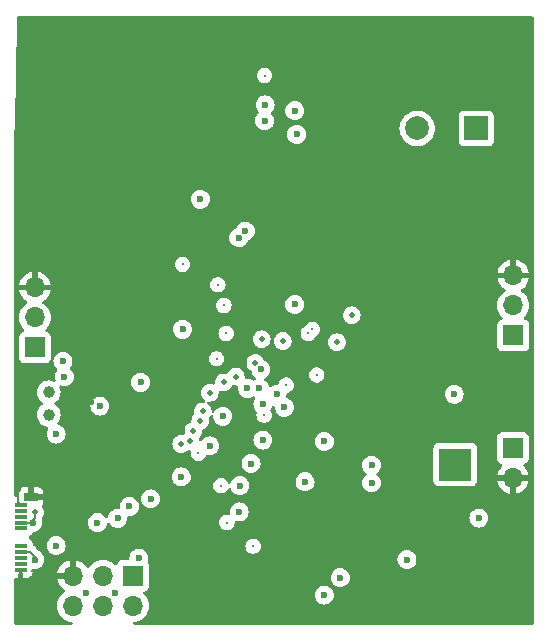
<source format=gbr>
%TF.GenerationSoftware,KiCad,Pcbnew,8.0.5*%
%TF.CreationDate,2024-10-25T00:02:52-07:00*%
%TF.ProjectId,Vanguard_new,56616e67-7561-4726-945f-6e65772e6b69,rev?*%
%TF.SameCoordinates,Original*%
%TF.FileFunction,Copper,L4,Bot*%
%TF.FilePolarity,Positive*%
%FSLAX46Y46*%
G04 Gerber Fmt 4.6, Leading zero omitted, Abs format (unit mm)*
G04 Created by KiCad (PCBNEW 8.0.5) date 2024-10-25 00:02:52*
%MOMM*%
%LPD*%
G01*
G04 APERTURE LIST*
%TA.AperFunction,ComponentPad*%
%ADD10O,1.700000X1.700000*%
%TD*%
%TA.AperFunction,ComponentPad*%
%ADD11R,1.700000X1.700000*%
%TD*%
%TA.AperFunction,SMDPad,CuDef*%
%ADD12R,1.000000X0.380000*%
%TD*%
%TA.AperFunction,SMDPad,CuDef*%
%ADD13R,1.150000X0.700000*%
%TD*%
%TA.AperFunction,ComponentPad*%
%ADD14C,1.000000*%
%TD*%
%TA.AperFunction,HeatsinkPad*%
%ADD15C,0.500000*%
%TD*%
%TA.AperFunction,HeatsinkPad*%
%ADD16R,2.700000X2.700000*%
%TD*%
%TA.AperFunction,ComponentPad*%
%ADD17C,2.000000*%
%TD*%
%TA.AperFunction,ComponentPad*%
%ADD18R,2.000000X2.000000*%
%TD*%
%TA.AperFunction,ViaPad*%
%ADD19C,0.600000*%
%TD*%
%TA.AperFunction,ViaPad*%
%ADD20C,0.500000*%
%TD*%
%TA.AperFunction,ViaPad*%
%ADD21C,0.300000*%
%TD*%
%TA.AperFunction,Conductor*%
%ADD22C,0.200000*%
%TD*%
G04 APERTURE END LIST*
D10*
%TO.P,J6,2,Pin_2*%
%TO.N,GND*%
X378459520Y-19590063D03*
D11*
%TO.P,J6,1,Pin_1*%
%TO.N,VBUS_out*%
X378459520Y-17050063D03*
%TD*%
%TO.P,J2,1,Pin_1*%
%TO.N,RST*%
X346298854Y-27867491D03*
D10*
%TO.P,J2,2,Pin_2*%
%TO.N,Net-(J2-Pin_2)*%
X346298854Y-30407491D03*
%TO.P,J2,3,Pin_3*%
%TO.N,Net-(J2-Pin_3)*%
X343758854Y-27867491D03*
%TO.P,J2,4,Pin_4*%
%TO.N,UPDI*%
X343758854Y-30407491D03*
%TO.P,J2,5,Pin_5*%
%TO.N,GND*%
X341218854Y-27867491D03*
%TO.P,J2,6,Pin_6*%
%TO.N,Net-(J2-Pin_6)*%
X341218854Y-30407491D03*
%TD*%
D12*
%TO.P,J1,B1,GND*%
%TO.N,GND*%
X336798854Y-21867491D03*
%TO.P,J1,B2*%
%TO.N,N/C*%
X336798854Y-22367491D03*
%TO.P,J1,B3*%
X336798854Y-22867491D03*
%TO.P,J1,B4,VBUS*%
%TO.N,VBUS_out*%
X336798854Y-23367491D03*
%TO.P,J1,B5,VCONN*%
%TO.N,unconnected-(J1-VCONN-PadB5)*%
X336798854Y-23867491D03*
%TO.P,J1,B8*%
%TO.N,N/C*%
X336798854Y-25367491D03*
%TO.P,J1,B9,VBUS*%
%TO.N,VBUS_out*%
X336798854Y-25867491D03*
%TO.P,J1,B10*%
%TO.N,N/C*%
X336798854Y-26367491D03*
%TO.P,J1,B11*%
X336798854Y-26867491D03*
%TO.P,J1,B12,GND*%
%TO.N,GND*%
X336798854Y-27367491D03*
D13*
%TO.P,J1,S1,SHIELD*%
X337638854Y-21197491D03*
%TD*%
D14*
%TO.P,Y1,1,1*%
%TO.N,Net-(U6-XOUT32{slash}CLKSEL1)*%
X339162500Y-12340000D03*
%TO.P,Y1,2,2*%
%TO.N,Net-(U6-XIN32)*%
X339162500Y-14240000D03*
%TD*%
D10*
%TO.P,J4,3,Pin_3*%
%TO.N,GND*%
X378500000Y-2445001D03*
%TO.P,J4,2,Pin_2*%
%TO.N,+5V*%
X378500000Y-4985000D03*
D11*
%TO.P,J4,1,Pin_1*%
%TO.N,STAR_SERVO*%
X378500000Y-7525000D03*
%TD*%
D10*
%TO.P,J5,3,Pin_3*%
%TO.N,GND*%
X338000000Y-3460001D03*
%TO.P,J5,2,Pin_2*%
%TO.N,+5V*%
X338000000Y-6000000D03*
D11*
%TO.P,J5,1,Pin_1*%
%TO.N,PORT_SERVO*%
X338000000Y-8540000D03*
%TD*%
D15*
%TO.P,U8,17,PAD*%
%TO.N,unconnected-(U8-PAD-Pad17)*%
X372494733Y-19550000D03*
X374694733Y-19550000D03*
X373594733Y-19549999D03*
X372494734Y-18450000D03*
D16*
X373594733Y-18450000D03*
D15*
X373594733Y-18450000D03*
X374694732Y-18450000D03*
X373594733Y-17350001D03*
X372494733Y-17350000D03*
X374694733Y-17350000D03*
%TD*%
D17*
%TO.P,BZ1,2,-*%
%TO.N,Net-(BZ1--)*%
X370370785Y10000000D03*
D18*
%TO.P,BZ1,1,+*%
%TO.N,+5V*%
X375370785Y10000000D03*
%TD*%
D19*
%TO.N,Net-(J2-Pin_6)*%
X350391145Y-19500000D03*
%TO.N,RST*%
X359110624Y-13610624D03*
%TO.N,VBUS_out*%
X338000000Y-26500000D03*
%TO.N,GND*%
X336550000Y-20500000D03*
X337638854Y-21197491D03*
D20*
%TO.N,VBUS_out*%
X338000000Y-22500000D03*
D19*
%TO.N,SDA*%
X358500000Y-12500000D03*
X357130294Y-10400000D03*
D21*
%TO.N,TX0*%
X361146447Y-7353553D03*
X359285176Y-11714824D03*
D20*
%TO.N,SDA*%
X356673997Y-9828427D03*
D19*
%TO.N,GND*%
X363000000Y-2500000D03*
D20*
%TO.N,SCL*%
X358987826Y-7999697D03*
D19*
X340375735Y-9713235D03*
%TO.N,SDA*%
X340500000Y-11000000D03*
D21*
%TO.N,UPDI*%
X354199123Y-7353553D03*
D19*
X357298854Y-13357492D03*
%TO.N,GND*%
X368000000Y-16000000D03*
X355992540Y-2343687D03*
X355741403Y-7233386D03*
X337000000Y-15500000D03*
X342742500Y-13160000D03*
%TO.N,RST*%
X346950000Y-11500000D03*
X343500000Y-13500000D03*
%TO.N,GND*%
X341162500Y-8062500D03*
D21*
%TO.N,RST*%
X353379891Y-9500000D03*
D19*
X357009999Y-12000000D03*
%TO.N,Net-(D2-K)*%
X355990001Y-12000000D03*
X353898854Y-14367491D03*
D21*
%TO.N,RX0*%
X361500000Y-7000000D03*
D19*
X357298854Y-16377491D03*
%TO.N,PORT_SERVO*%
X360000000Y-4900000D03*
D21*
%TO.N,STAR_SERVO*%
X354000000Y-4976967D03*
D20*
%TO.N,STAR_RED*%
X363573514Y-8100000D03*
X364825735Y-5825735D03*
D21*
%TO.N,RST*%
X357406371Y-14269973D03*
X361860624Y-10860624D03*
%TO.N,PORT_GREEN*%
X353492016Y-3234656D03*
X350500000Y-1500000D03*
D19*
%TO.N,GND*%
X373500000Y-3500000D03*
X341500000Y-3500000D03*
%TO.N,+5V*%
X373500000Y-12500000D03*
X350500000Y-7000000D03*
%TO.N,D5*%
X357442500Y10670000D03*
X360169534Y9500000D03*
%TO.N,D4*%
X357500000Y12000000D03*
X360000000Y11500000D03*
D21*
%TO.N,D7*%
X357442500Y14480000D03*
D19*
X355815687Y1315687D03*
%TO.N,CD*%
X355250000Y750000D03*
X352000000Y4000000D03*
%TO.N,GND*%
X340000000Y11340000D03*
X351000000Y6000000D03*
%TO.N,RST*%
X360870000Y-19905000D03*
X375589999Y-22982042D03*
%TO.N,PA3{slash}SS*%
X366500000Y-20000000D03*
D20*
%TO.N,PA0{slash}MISO*%
X357192580Y-7844051D03*
D19*
X366500000Y-18500000D03*
D20*
%TO.N,PA2{slash}SCK*%
X354000000Y-11500000D03*
D19*
X362500000Y-16500000D03*
%TO.N,GND*%
X350500000Y-13763449D03*
D20*
%TO.N,Net-(D1-I{slash}O1)*%
X352198854Y-13955102D03*
D19*
%TO.N,GND*%
X367000000Y-26109998D03*
X373372273Y-15500000D03*
X370500000Y-18574670D03*
D20*
X373269733Y-21144543D03*
D19*
X376907807Y-19601777D03*
D20*
%TO.N,Net-(J2-Pin_3)*%
X351150173Y-16449994D03*
D19*
X346000000Y-22000000D03*
%TO.N,GND*%
X343987500Y-24987500D03*
X339000000Y-27867491D03*
%TO.N,VBUS_out*%
X362500000Y-29500000D03*
X345000000Y-23000000D03*
D20*
%TO.N,TX0*%
X352798854Y-12367491D03*
D19*
X352798854Y-16867491D03*
D20*
%TO.N,Net-(D1-I{slash}O2)*%
X352000000Y-14729994D03*
D19*
X339798854Y-15867491D03*
%TO.N,VBUS_out*%
X337798854Y-23367491D03*
X339798854Y-25317491D03*
D21*
%TO.N,Net-(D2-K)*%
X351848854Y-17500000D03*
X356478854Y-25367491D03*
%TO.N,Net-(D3-K)*%
X353748854Y-20242492D03*
X354250000Y-23360001D03*
D19*
%TO.N,RST*%
X355298854Y-22467491D03*
X355348854Y-20242491D03*
X346798854Y-26367491D03*
D20*
%TO.N,Net-(J2-Pin_2)*%
X351423119Y-15598654D03*
D19*
X347791416Y-21360053D03*
%TO.N,UPDI*%
X356298854Y-18367491D03*
X344798854Y-29367491D03*
D20*
%TO.N,Net-(J2-Pin_6)*%
X350391145Y-16702738D03*
D19*
X342298854Y-29367491D03*
%TO.N,Net-(D1-I{slash}O1)*%
X343298854Y-23367491D03*
%TO.N,GND*%
X366975785Y2450000D03*
X375500000Y-25500000D03*
X371000000Y-24000000D03*
X361500000Y-23500000D03*
X367500000Y-29500000D03*
%TO.N,Net-(U5-FB)*%
X363859999Y-28037252D03*
X369500000Y-26500000D03*
D20*
%TO.N,PA3{slash}SS*%
X355000000Y-11000000D03*
D19*
%TO.N,GND*%
X346500000Y-13500000D03*
D21*
X336500000Y-27500000D03*
%TD*%
D22*
%TO.N,VBUS_out*%
X338000000Y-26258637D02*
X337608854Y-25867491D01*
X338000000Y-26500000D02*
X338000000Y-26258637D01*
X337608854Y-25867491D02*
X336798854Y-25867491D01*
%TO.N,GND*%
X336550000Y-21618637D02*
X336798854Y-21867491D01*
X336550000Y-20500000D02*
X336550000Y-21618637D01*
%TO.N,VBUS_out*%
X337588854Y-23367491D02*
X336798854Y-23367491D01*
X338000000Y-22500000D02*
X338000000Y-22956345D01*
X338000000Y-22956345D02*
X337588854Y-23367491D01*
%TO.N,GND*%
X347209165Y-14404642D02*
X346500000Y-13695477D01*
X346500000Y-13695477D02*
X346500000Y-13500000D01*
%TD*%
%TA.AperFunction,Conductor*%
%TO.N,GND*%
G36*
X380192539Y19479815D02*
G01*
X380238294Y19427011D01*
X380249500Y19375500D01*
X380249500Y-31875500D01*
X380229815Y-31942539D01*
X380177011Y-31988294D01*
X380125500Y-31999500D01*
X346437424Y-31999500D01*
X346370385Y-31979815D01*
X346324630Y-31927011D01*
X346314686Y-31857853D01*
X346343711Y-31794297D01*
X346402489Y-31756523D01*
X346426616Y-31751972D01*
X346534262Y-31742554D01*
X346762517Y-31681394D01*
X346976684Y-31581526D01*
X347170255Y-31445986D01*
X347337349Y-31278892D01*
X347472889Y-31085321D01*
X347572757Y-30871154D01*
X347633917Y-30642899D01*
X347654513Y-30407491D01*
X347633917Y-30172083D01*
X347572757Y-29943828D01*
X347472889Y-29729662D01*
X347337349Y-29536090D01*
X347301255Y-29499996D01*
X361694435Y-29499996D01*
X361694435Y-29500003D01*
X361714630Y-29679249D01*
X361714631Y-29679254D01*
X361774211Y-29849523D01*
X361833466Y-29943826D01*
X361870184Y-30002262D01*
X361997738Y-30129816D01*
X362150478Y-30225789D01*
X362320745Y-30285368D01*
X362320750Y-30285369D01*
X362499996Y-30305565D01*
X362500000Y-30305565D01*
X362500004Y-30305565D01*
X362679249Y-30285369D01*
X362679252Y-30285368D01*
X362679255Y-30285368D01*
X362849522Y-30225789D01*
X363002262Y-30129816D01*
X363129816Y-30002262D01*
X363225789Y-29849522D01*
X363285368Y-29679255D01*
X363305565Y-29500000D01*
X363288984Y-29352842D01*
X363285369Y-29320750D01*
X363285368Y-29320745D01*
X363252641Y-29227216D01*
X363225789Y-29150478D01*
X363129816Y-28997738D01*
X363002262Y-28870184D01*
X362930311Y-28824974D01*
X362849523Y-28774211D01*
X362679254Y-28714631D01*
X362679249Y-28714630D01*
X362500004Y-28694435D01*
X362499996Y-28694435D01*
X362320750Y-28714630D01*
X362320745Y-28714631D01*
X362150476Y-28774211D01*
X361997737Y-28870184D01*
X361870184Y-28997737D01*
X361774211Y-29150476D01*
X361714631Y-29320745D01*
X361714630Y-29320750D01*
X361694435Y-29499996D01*
X347301255Y-29499996D01*
X347215421Y-29414162D01*
X347181938Y-29352842D01*
X347186922Y-29283150D01*
X347228793Y-29227216D01*
X347259769Y-29210301D01*
X347391185Y-29161287D01*
X347506400Y-29075037D01*
X347592650Y-28959822D01*
X347642945Y-28824974D01*
X347649354Y-28765364D01*
X347649354Y-28037248D01*
X363054434Y-28037248D01*
X363054434Y-28037255D01*
X363074629Y-28216501D01*
X363074630Y-28216506D01*
X363134210Y-28386775D01*
X363230183Y-28539514D01*
X363357737Y-28667068D01*
X363510477Y-28763041D01*
X363680744Y-28822620D01*
X363680749Y-28822621D01*
X363859995Y-28842817D01*
X363859999Y-28842817D01*
X363860003Y-28842817D01*
X364039248Y-28822621D01*
X364039251Y-28822620D01*
X364039254Y-28822620D01*
X364209521Y-28763041D01*
X364362261Y-28667068D01*
X364489815Y-28539514D01*
X364585788Y-28386774D01*
X364645367Y-28216507D01*
X364645368Y-28216501D01*
X364665564Y-28037255D01*
X364665564Y-28037248D01*
X364645368Y-27858002D01*
X364645367Y-27857997D01*
X364585788Y-27687730D01*
X364582181Y-27681990D01*
X364505834Y-27560484D01*
X364489815Y-27534990D01*
X364362261Y-27407436D01*
X364285464Y-27359181D01*
X364209522Y-27311463D01*
X364039253Y-27251883D01*
X364039248Y-27251882D01*
X363860003Y-27231687D01*
X363859995Y-27231687D01*
X363680749Y-27251882D01*
X363680744Y-27251883D01*
X363510475Y-27311463D01*
X363357736Y-27407436D01*
X363230183Y-27534989D01*
X363134210Y-27687728D01*
X363074630Y-27857997D01*
X363074629Y-27858002D01*
X363054434Y-28037248D01*
X347649354Y-28037248D01*
X347649353Y-26969619D01*
X347642945Y-26910008D01*
X347641664Y-26906574D01*
X347592651Y-26775162D01*
X347592650Y-26775161D01*
X347592650Y-26775160D01*
X347572037Y-26747625D01*
X347547621Y-26682162D01*
X347554264Y-26632360D01*
X347584222Y-26546746D01*
X347589490Y-26499996D01*
X368694435Y-26499996D01*
X368694435Y-26500003D01*
X368714630Y-26679249D01*
X368714631Y-26679254D01*
X368774211Y-26849523D01*
X368810059Y-26906574D01*
X368870184Y-27002262D01*
X368997738Y-27129816D01*
X369150478Y-27225789D01*
X369320745Y-27285368D01*
X369320750Y-27285369D01*
X369499996Y-27305565D01*
X369500000Y-27305565D01*
X369500004Y-27305565D01*
X369679249Y-27285369D01*
X369679252Y-27285368D01*
X369679255Y-27285368D01*
X369849522Y-27225789D01*
X370002262Y-27129816D01*
X370129816Y-27002262D01*
X370225789Y-26849522D01*
X370285368Y-26679255D01*
X370294967Y-26594061D01*
X370305565Y-26500003D01*
X370305565Y-26499996D01*
X370285369Y-26320750D01*
X370285368Y-26320745D01*
X370225788Y-26150476D01*
X370142528Y-26017969D01*
X370129816Y-25997738D01*
X370002262Y-25870184D01*
X369922002Y-25819753D01*
X369849523Y-25774211D01*
X369679254Y-25714631D01*
X369679249Y-25714630D01*
X369500004Y-25694435D01*
X369499996Y-25694435D01*
X369320750Y-25714630D01*
X369320745Y-25714631D01*
X369150476Y-25774211D01*
X368997737Y-25870184D01*
X368870184Y-25997737D01*
X368774211Y-26150476D01*
X368714631Y-26320745D01*
X368714630Y-26320750D01*
X368694435Y-26499996D01*
X347589490Y-26499996D01*
X347589567Y-26499311D01*
X347604419Y-26367494D01*
X347604419Y-26367487D01*
X347584223Y-26188241D01*
X347584222Y-26188236D01*
X347571009Y-26150476D01*
X347524643Y-26017969D01*
X347511930Y-25997737D01*
X347428669Y-25865228D01*
X347301116Y-25737675D01*
X347148377Y-25641702D01*
X346978108Y-25582122D01*
X346978103Y-25582121D01*
X346798858Y-25561926D01*
X346798850Y-25561926D01*
X346619604Y-25582121D01*
X346619599Y-25582122D01*
X346449330Y-25641702D01*
X346296591Y-25737675D01*
X346169038Y-25865228D01*
X346073065Y-26017967D01*
X346013485Y-26188236D01*
X346013484Y-26188241D01*
X345998555Y-26320750D01*
X345993289Y-26367491D01*
X345993962Y-26373469D01*
X345994598Y-26379111D01*
X345982541Y-26447933D01*
X345935190Y-26499311D01*
X345871377Y-26516991D01*
X345400983Y-26516991D01*
X345400977Y-26516992D01*
X345341370Y-26523399D01*
X345206525Y-26573693D01*
X345206518Y-26573697D01*
X345091309Y-26659943D01*
X345091306Y-26659946D01*
X345005060Y-26775155D01*
X345005057Y-26775160D01*
X344956043Y-26906574D01*
X344914171Y-26962507D01*
X344848707Y-26986924D01*
X344780434Y-26972072D01*
X344752180Y-26950921D01*
X344630256Y-26828997D01*
X344630249Y-26828992D01*
X344436688Y-26693458D01*
X344436684Y-26693456D01*
X344406217Y-26679249D01*
X344222517Y-26593588D01*
X344222513Y-26593587D01*
X344222509Y-26593585D01*
X343994267Y-26532429D01*
X343994257Y-26532427D01*
X343758855Y-26511832D01*
X343758853Y-26511832D01*
X343523450Y-26532427D01*
X343523440Y-26532429D01*
X343295198Y-26593585D01*
X343295189Y-26593589D01*
X343081025Y-26693455D01*
X343081023Y-26693456D01*
X342887451Y-26828996D01*
X342720362Y-26996085D01*
X342590123Y-27182086D01*
X342535546Y-27225710D01*
X342466047Y-27232903D01*
X342403693Y-27201381D01*
X342386973Y-27182085D01*
X342256967Y-26996417D01*
X342256962Y-26996411D01*
X342089936Y-26829385D01*
X341896432Y-26693890D01*
X341682346Y-26594061D01*
X341682340Y-26594058D01*
X341468854Y-26536855D01*
X341468854Y-27434479D01*
X341411847Y-27401566D01*
X341284680Y-27367491D01*
X341153028Y-27367491D01*
X341025861Y-27401566D01*
X340968854Y-27434479D01*
X340968854Y-26536855D01*
X340968853Y-26536855D01*
X340755367Y-26594058D01*
X340755361Y-26594061D01*
X340541276Y-26693890D01*
X340541274Y-26693891D01*
X340347780Y-26829377D01*
X340347774Y-26829382D01*
X340180745Y-26996411D01*
X340180740Y-26996417D01*
X340045254Y-27189911D01*
X340045253Y-27189913D01*
X339945424Y-27403998D01*
X339945421Y-27404004D01*
X339888218Y-27617490D01*
X339888218Y-27617491D01*
X340785842Y-27617491D01*
X340752929Y-27674498D01*
X340718854Y-27801665D01*
X340718854Y-27933317D01*
X340752929Y-28060484D01*
X340785842Y-28117491D01*
X339888218Y-28117491D01*
X339945421Y-28330977D01*
X339945424Y-28330983D01*
X340045253Y-28545069D01*
X340180748Y-28738573D01*
X340347771Y-28905596D01*
X340533449Y-29035610D01*
X340577073Y-29090187D01*
X340584266Y-29159686D01*
X340552744Y-29222040D01*
X340533449Y-29238760D01*
X340347448Y-29368999D01*
X340180359Y-29536088D01*
X340044819Y-29729660D01*
X340044818Y-29729662D01*
X339944952Y-29943826D01*
X339944948Y-29943835D01*
X339883792Y-30172077D01*
X339883790Y-30172087D01*
X339863195Y-30407490D01*
X339863195Y-30407491D01*
X339883790Y-30642894D01*
X339883792Y-30642904D01*
X339944948Y-30871146D01*
X339944950Y-30871150D01*
X339944951Y-30871154D01*
X339948854Y-30879523D01*
X340044819Y-31085321D01*
X340044821Y-31085325D01*
X340153135Y-31240012D01*
X340180359Y-31278892D01*
X340347453Y-31445986D01*
X340444238Y-31513756D01*
X340541019Y-31581523D01*
X340541021Y-31581524D01*
X340541024Y-31581526D01*
X340755191Y-31681394D01*
X340983446Y-31742554D01*
X341091092Y-31751972D01*
X341156160Y-31777425D01*
X341197139Y-31834016D01*
X341201017Y-31903778D01*
X341166563Y-31964562D01*
X341104716Y-31997069D01*
X341080284Y-31999500D01*
X336374500Y-31999500D01*
X336307461Y-31979815D01*
X336261706Y-31927011D01*
X336250500Y-31875500D01*
X336250500Y-28181491D01*
X336270185Y-28114452D01*
X336322989Y-28068697D01*
X336374500Y-28057491D01*
X336608854Y-28057491D01*
X336608854Y-27681990D01*
X336628539Y-27614951D01*
X336681343Y-27569196D01*
X336732851Y-27557990D01*
X336864855Y-27557990D01*
X336931893Y-27577675D01*
X336977648Y-27630479D01*
X336988854Y-27681990D01*
X336988854Y-28057491D01*
X337346682Y-28057491D01*
X337346698Y-28057490D01*
X337406226Y-28051089D01*
X337406233Y-28051087D01*
X337540940Y-28000845D01*
X337540947Y-28000841D01*
X337656041Y-27914681D01*
X337656044Y-27914678D01*
X337742204Y-27799584D01*
X337742208Y-27799577D01*
X337792450Y-27664870D01*
X337792452Y-27664863D01*
X337798853Y-27605335D01*
X337798854Y-27605318D01*
X337798854Y-27557491D01*
X337797481Y-27557491D01*
X337730442Y-27537806D01*
X337684687Y-27485002D01*
X337674743Y-27415844D01*
X337698211Y-27359183D01*
X337716137Y-27335238D01*
X337772068Y-27293370D01*
X337829285Y-27286331D01*
X337999996Y-27305565D01*
X338000000Y-27305565D01*
X338000004Y-27305565D01*
X338179249Y-27285369D01*
X338179252Y-27285368D01*
X338179255Y-27285368D01*
X338349522Y-27225789D01*
X338502262Y-27129816D01*
X338629816Y-27002262D01*
X338725789Y-26849522D01*
X338785368Y-26679255D01*
X338794967Y-26594061D01*
X338805565Y-26500003D01*
X338805565Y-26499996D01*
X338785369Y-26320750D01*
X338785368Y-26320745D01*
X338725788Y-26150476D01*
X338642528Y-26017969D01*
X338629816Y-25997738D01*
X338502262Y-25870184D01*
X338494375Y-25865228D01*
X338402484Y-25807488D01*
X338380776Y-25790176D01*
X338364397Y-25773797D01*
X338364374Y-25773776D01*
X338096444Y-25505846D01*
X338096442Y-25505843D01*
X337977571Y-25386972D01*
X337977570Y-25386971D01*
X337890758Y-25336851D01*
X337890758Y-25336849D01*
X337890753Y-25336848D01*
X337861350Y-25319871D01*
X337859077Y-25317487D01*
X338993289Y-25317487D01*
X338993289Y-25317494D01*
X339013484Y-25496740D01*
X339013485Y-25496745D01*
X339073065Y-25667014D01*
X339156662Y-25800057D01*
X339169038Y-25819753D01*
X339296592Y-25947307D01*
X339348920Y-25980187D01*
X339409046Y-26017967D01*
X339449332Y-26043280D01*
X339619599Y-26102859D01*
X339619604Y-26102860D01*
X339798850Y-26123056D01*
X339798854Y-26123056D01*
X339798858Y-26123056D01*
X339978103Y-26102860D01*
X339978106Y-26102859D01*
X339978109Y-26102859D01*
X340148376Y-26043280D01*
X340301116Y-25947307D01*
X340428670Y-25819753D01*
X340524643Y-25667013D01*
X340584222Y-25496746D01*
X340584223Y-25496740D01*
X340598786Y-25367490D01*
X355823576Y-25367490D01*
X355823576Y-25367491D01*
X355842616Y-25524309D01*
X355887138Y-25641702D01*
X355898634Y-25672014D01*
X355988371Y-25802021D01*
X356106614Y-25906774D01*
X356106616Y-25906775D01*
X356246488Y-25980187D01*
X356399868Y-26017991D01*
X356399869Y-26017991D01*
X356557839Y-26017991D01*
X356711219Y-25980187D01*
X356851094Y-25906774D01*
X356969337Y-25802021D01*
X357059074Y-25672014D01*
X357115091Y-25524309D01*
X357134132Y-25367491D01*
X357130412Y-25336849D01*
X357115091Y-25210672D01*
X357084349Y-25129614D01*
X357059074Y-25062968D01*
X356969337Y-24932961D01*
X356851094Y-24828208D01*
X356851092Y-24828207D01*
X356851091Y-24828206D01*
X356711219Y-24754794D01*
X356557840Y-24716991D01*
X356557839Y-24716991D01*
X356399869Y-24716991D01*
X356399868Y-24716991D01*
X356246488Y-24754794D01*
X356106616Y-24828206D01*
X355988370Y-24932962D01*
X355898635Y-25062966D01*
X355898634Y-25062967D01*
X355842616Y-25210672D01*
X355823576Y-25367490D01*
X340598786Y-25367490D01*
X340604419Y-25317494D01*
X340604419Y-25317487D01*
X340584223Y-25138241D01*
X340584222Y-25138236D01*
X340560348Y-25070007D01*
X340524643Y-24967969D01*
X340428670Y-24815229D01*
X340301116Y-24687675D01*
X340203499Y-24626338D01*
X340148377Y-24591702D01*
X339978108Y-24532122D01*
X339978103Y-24532121D01*
X339798858Y-24511926D01*
X339798850Y-24511926D01*
X339619604Y-24532121D01*
X339619599Y-24532122D01*
X339449330Y-24591702D01*
X339296591Y-24687675D01*
X339169038Y-24815228D01*
X339073065Y-24967967D01*
X339013485Y-25138236D01*
X339013484Y-25138241D01*
X338993289Y-25317487D01*
X337859077Y-25317487D01*
X337813136Y-25269303D01*
X337799353Y-25212486D01*
X337799353Y-25129620D01*
X337799352Y-25129614D01*
X337792945Y-25070007D01*
X337742651Y-24935162D01*
X337742647Y-24935155D01*
X337656401Y-24819946D01*
X337656398Y-24819943D01*
X337541189Y-24733697D01*
X337541180Y-24733692D01*
X337541128Y-24733673D01*
X337541083Y-24733639D01*
X337533400Y-24729444D01*
X337534003Y-24728339D01*
X337485194Y-24691802D01*
X337460776Y-24626338D01*
X337475627Y-24558065D01*
X337525032Y-24508659D01*
X337541128Y-24501309D01*
X337541180Y-24501289D01*
X337541180Y-24501288D01*
X337541185Y-24501287D01*
X337656400Y-24415037D01*
X337742650Y-24299822D01*
X337762923Y-24245464D01*
X337804792Y-24189533D01*
X337865221Y-24165578D01*
X337899682Y-24161695D01*
X337978104Y-24152860D01*
X337978107Y-24152859D01*
X337978109Y-24152859D01*
X338148376Y-24093280D01*
X338301116Y-23997307D01*
X338428670Y-23869753D01*
X338524643Y-23717013D01*
X338584222Y-23546746D01*
X338589234Y-23502262D01*
X338604419Y-23367494D01*
X338604419Y-23367487D01*
X342493289Y-23367487D01*
X342493289Y-23367494D01*
X342513484Y-23546740D01*
X342513485Y-23546745D01*
X342573065Y-23717014D01*
X342621773Y-23794531D01*
X342669038Y-23869753D01*
X342796592Y-23997307D01*
X342949332Y-24093280D01*
X343119599Y-24152859D01*
X343119604Y-24152860D01*
X343298850Y-24173056D01*
X343298854Y-24173056D01*
X343298858Y-24173056D01*
X343478103Y-24152860D01*
X343478106Y-24152859D01*
X343478109Y-24152859D01*
X343648376Y-24093280D01*
X343801116Y-23997307D01*
X343928670Y-23869753D01*
X344024643Y-23717013D01*
X344084222Y-23546746D01*
X344089235Y-23502260D01*
X344092276Y-23475265D01*
X344119342Y-23410850D01*
X344176936Y-23371295D01*
X344246773Y-23369156D01*
X344306680Y-23405114D01*
X344320489Y-23423174D01*
X344370182Y-23502260D01*
X344370184Y-23502262D01*
X344497738Y-23629816D01*
X344552977Y-23664525D01*
X344636512Y-23717014D01*
X344650478Y-23725789D01*
X344769424Y-23767410D01*
X344820745Y-23785368D01*
X344820750Y-23785369D01*
X344999996Y-23805565D01*
X345000000Y-23805565D01*
X345000004Y-23805565D01*
X345179249Y-23785369D01*
X345179252Y-23785368D01*
X345179255Y-23785368D01*
X345349522Y-23725789D01*
X345502262Y-23629816D01*
X345629816Y-23502262D01*
X345719205Y-23360000D01*
X353594722Y-23360000D01*
X353594722Y-23360001D01*
X353613762Y-23516819D01*
X353656617Y-23629816D01*
X353669780Y-23664524D01*
X353759517Y-23794531D01*
X353877760Y-23899284D01*
X353877762Y-23899285D01*
X354017634Y-23972697D01*
X354171014Y-24010501D01*
X354171015Y-24010501D01*
X354328985Y-24010501D01*
X354482365Y-23972697D01*
X354622240Y-23899284D01*
X354740483Y-23794531D01*
X354830220Y-23664524D01*
X354886237Y-23516819D01*
X354905278Y-23360001D01*
X354905278Y-23360000D01*
X354905278Y-23352627D01*
X354924963Y-23285588D01*
X354977767Y-23239833D01*
X355046925Y-23229889D01*
X355070233Y-23235586D01*
X355119591Y-23252857D01*
X355119597Y-23252858D01*
X355119599Y-23252859D01*
X355119600Y-23252859D01*
X355119604Y-23252860D01*
X355298850Y-23273056D01*
X355298854Y-23273056D01*
X355298858Y-23273056D01*
X355478103Y-23252860D01*
X355478106Y-23252859D01*
X355478109Y-23252859D01*
X355648376Y-23193280D01*
X355801116Y-23097307D01*
X355916385Y-22982038D01*
X374784434Y-22982038D01*
X374784434Y-22982045D01*
X374804629Y-23161291D01*
X374804630Y-23161296D01*
X374864210Y-23331565D01*
X374921772Y-23423174D01*
X374960183Y-23484304D01*
X375087737Y-23611858D01*
X375240477Y-23707831D01*
X375410744Y-23767410D01*
X375410749Y-23767411D01*
X375589995Y-23787607D01*
X375589999Y-23787607D01*
X375590003Y-23787607D01*
X375769248Y-23767411D01*
X375769251Y-23767410D01*
X375769254Y-23767410D01*
X375939521Y-23707831D01*
X376092261Y-23611858D01*
X376219815Y-23484304D01*
X376315788Y-23331564D01*
X376375367Y-23161297D01*
X376387290Y-23055476D01*
X376395564Y-22982045D01*
X376395564Y-22982038D01*
X376375368Y-22802792D01*
X376375367Y-22802787D01*
X376339887Y-22701391D01*
X376315788Y-22632520D01*
X376314088Y-22629815D01*
X376232518Y-22499997D01*
X376219815Y-22479780D01*
X376092261Y-22352226D01*
X375990422Y-22288236D01*
X375939522Y-22256253D01*
X375769253Y-22196673D01*
X375769248Y-22196672D01*
X375590003Y-22176477D01*
X375589995Y-22176477D01*
X375410749Y-22196672D01*
X375410744Y-22196673D01*
X375240475Y-22256253D01*
X375087736Y-22352226D01*
X374960183Y-22479779D01*
X374864210Y-22632518D01*
X374804630Y-22802787D01*
X374804629Y-22802792D01*
X374784434Y-22982038D01*
X355916385Y-22982038D01*
X355928670Y-22969753D01*
X356024643Y-22817013D01*
X356084222Y-22646746D01*
X356084223Y-22646740D01*
X356104419Y-22467494D01*
X356104419Y-22467487D01*
X356084223Y-22288241D01*
X356084222Y-22288236D01*
X356054199Y-22202436D01*
X356024643Y-22117969D01*
X355928670Y-21965229D01*
X355801116Y-21837675D01*
X355772261Y-21819544D01*
X355648377Y-21741702D01*
X355478108Y-21682122D01*
X355478103Y-21682121D01*
X355298858Y-21661926D01*
X355298850Y-21661926D01*
X355119604Y-21682121D01*
X355119599Y-21682122D01*
X354949330Y-21741702D01*
X354796591Y-21837675D01*
X354669038Y-21965228D01*
X354573065Y-22117967D01*
X354513485Y-22288236D01*
X354513484Y-22288241D01*
X354493289Y-22467487D01*
X354493289Y-22467494D01*
X354506099Y-22581190D01*
X354494044Y-22650012D01*
X354446695Y-22701391D01*
X354379085Y-22719015D01*
X354353206Y-22715470D01*
X354328988Y-22709501D01*
X354328985Y-22709501D01*
X354171015Y-22709501D01*
X354171014Y-22709501D01*
X354017634Y-22747304D01*
X353877762Y-22820716D01*
X353759516Y-22925472D01*
X353669781Y-23055476D01*
X353669780Y-23055477D01*
X353613762Y-23203182D01*
X353594722Y-23360000D01*
X345719205Y-23360000D01*
X345725789Y-23349522D01*
X345785368Y-23179255D01*
X345785369Y-23179249D01*
X345805565Y-23000003D01*
X345805565Y-22999997D01*
X345798285Y-22935389D01*
X345810339Y-22866567D01*
X345857688Y-22815188D01*
X345925298Y-22797563D01*
X345935385Y-22798284D01*
X345961857Y-22801267D01*
X345999998Y-22805565D01*
X346000000Y-22805565D01*
X346000004Y-22805565D01*
X346179249Y-22785369D01*
X346179252Y-22785368D01*
X346179255Y-22785368D01*
X346349522Y-22725789D01*
X346502262Y-22629816D01*
X346629816Y-22502262D01*
X346725789Y-22349522D01*
X346785368Y-22179255D01*
X346786151Y-22172305D01*
X346805565Y-22000003D01*
X346805565Y-21999996D01*
X346785369Y-21820750D01*
X346785368Y-21820745D01*
X346774462Y-21789577D01*
X346725789Y-21650478D01*
X346629816Y-21497738D01*
X346502262Y-21370184D01*
X346486132Y-21360049D01*
X346985851Y-21360049D01*
X346985851Y-21360056D01*
X347006046Y-21539302D01*
X347006047Y-21539307D01*
X347065627Y-21709576D01*
X347134725Y-21819544D01*
X347161600Y-21862315D01*
X347289154Y-21989869D01*
X347441894Y-22085842D01*
X347533702Y-22117967D01*
X347612161Y-22145421D01*
X347612166Y-22145422D01*
X347791412Y-22165618D01*
X347791416Y-22165618D01*
X347791420Y-22165618D01*
X347970665Y-22145422D01*
X347970668Y-22145421D01*
X347970671Y-22145421D01*
X348140938Y-22085842D01*
X348293678Y-21989869D01*
X348421232Y-21862315D01*
X348517205Y-21709575D01*
X348576784Y-21539308D01*
X348581468Y-21497737D01*
X348596981Y-21360056D01*
X348596981Y-21360049D01*
X348576785Y-21180803D01*
X348576784Y-21180798D01*
X348532237Y-21053491D01*
X348517205Y-21010531D01*
X348421232Y-20857791D01*
X348293678Y-20730237D01*
X348286599Y-20725789D01*
X348140939Y-20634264D01*
X347970670Y-20574684D01*
X347970665Y-20574683D01*
X347791420Y-20554488D01*
X347791412Y-20554488D01*
X347612166Y-20574683D01*
X347612161Y-20574684D01*
X347441892Y-20634264D01*
X347289153Y-20730237D01*
X347161600Y-20857790D01*
X347065627Y-21010529D01*
X347006047Y-21180798D01*
X347006046Y-21180803D01*
X346985851Y-21360049D01*
X346486132Y-21360049D01*
X346349523Y-21274211D01*
X346179254Y-21214631D01*
X346179249Y-21214630D01*
X346000004Y-21194435D01*
X345999996Y-21194435D01*
X345820750Y-21214630D01*
X345820745Y-21214631D01*
X345650476Y-21274211D01*
X345497737Y-21370184D01*
X345370184Y-21497737D01*
X345274211Y-21650476D01*
X345214631Y-21820745D01*
X345214630Y-21820750D01*
X345194435Y-21999996D01*
X345194435Y-22000004D01*
X345201714Y-22064611D01*
X345189659Y-22133433D01*
X345142310Y-22184812D01*
X345074699Y-22202436D01*
X345064611Y-22201714D01*
X345000004Y-22194435D01*
X344999996Y-22194435D01*
X344820750Y-22214630D01*
X344820745Y-22214631D01*
X344650476Y-22274211D01*
X344497737Y-22370184D01*
X344370184Y-22497737D01*
X344274211Y-22650476D01*
X344214631Y-22820745D01*
X344214630Y-22820749D01*
X344206577Y-22892227D01*
X344179510Y-22956641D01*
X344121915Y-22996196D01*
X344052078Y-22998333D01*
X343992172Y-22962375D01*
X343978363Y-22944315D01*
X343966523Y-22925472D01*
X343928670Y-22865229D01*
X343801116Y-22737675D01*
X343765777Y-22715470D01*
X343648377Y-22641702D01*
X343478108Y-22582122D01*
X343478103Y-22582121D01*
X343298858Y-22561926D01*
X343298850Y-22561926D01*
X343119604Y-22582121D01*
X343119599Y-22582122D01*
X342949330Y-22641702D01*
X342796591Y-22737675D01*
X342669038Y-22865228D01*
X342573065Y-23017967D01*
X342513485Y-23188236D01*
X342513484Y-23188241D01*
X342493289Y-23367487D01*
X338604419Y-23367487D01*
X338584223Y-23188243D01*
X338584222Y-23188242D01*
X338584222Y-23188236D01*
X338582882Y-23184408D01*
X338582748Y-23181781D01*
X338582673Y-23181451D01*
X338582730Y-23181437D01*
X338579317Y-23114634D01*
X338580148Y-23111355D01*
X338583912Y-23097307D01*
X338600500Y-23035403D01*
X338600500Y-22990662D01*
X338619507Y-22924689D01*
X338639904Y-22892227D01*
X338680456Y-22827690D01*
X338736313Y-22668059D01*
X338755249Y-22500000D01*
X338752971Y-22479779D01*
X338736314Y-22331943D01*
X338688981Y-22196673D01*
X338680456Y-22172310D01*
X338680455Y-22172309D01*
X338680454Y-22172305D01*
X338680452Y-22172302D01*
X338586773Y-22023214D01*
X338588457Y-22022155D01*
X338565742Y-21966540D01*
X338578488Y-21897843D01*
X338589830Y-21879583D01*
X338657206Y-21789580D01*
X338657208Y-21789577D01*
X338707450Y-21654870D01*
X338707452Y-21654863D01*
X338713853Y-21595335D01*
X338713854Y-21595318D01*
X338713854Y-21447491D01*
X337512854Y-21447491D01*
X337445815Y-21427806D01*
X337400060Y-21375002D01*
X337388854Y-21323491D01*
X337388854Y-20947491D01*
X337888854Y-20947491D01*
X338713854Y-20947491D01*
X338713854Y-20799663D01*
X338713853Y-20799646D01*
X338707452Y-20740118D01*
X338707450Y-20740111D01*
X338657208Y-20605404D01*
X338657204Y-20605397D01*
X338571044Y-20490303D01*
X338571041Y-20490300D01*
X338455947Y-20404140D01*
X338455940Y-20404136D01*
X338321233Y-20353894D01*
X338321226Y-20353892D01*
X338261698Y-20347491D01*
X337888854Y-20347491D01*
X337888854Y-20947491D01*
X337388854Y-20947491D01*
X337388854Y-20347491D01*
X337016009Y-20347491D01*
X336956481Y-20353892D01*
X336956474Y-20353894D01*
X336821767Y-20404136D01*
X336821760Y-20404140D01*
X336706666Y-20490300D01*
X336706663Y-20490303D01*
X336620503Y-20605397D01*
X336620499Y-20605404D01*
X336570257Y-20740111D01*
X336570255Y-20740118D01*
X336563854Y-20799646D01*
X336563854Y-21053491D01*
X336544169Y-21120530D01*
X336491365Y-21166285D01*
X336439854Y-21177491D01*
X336374500Y-21177491D01*
X336307461Y-21157806D01*
X336261706Y-21105002D01*
X336250500Y-21053491D01*
X336250500Y-19499996D01*
X349585580Y-19499996D01*
X349585580Y-19500003D01*
X349605775Y-19679249D01*
X349605776Y-19679254D01*
X349665356Y-19849523D01*
X349720930Y-19937968D01*
X349761329Y-20002262D01*
X349888883Y-20129816D01*
X350041623Y-20225789D01*
X350123740Y-20254523D01*
X350211890Y-20285368D01*
X350211895Y-20285369D01*
X350391141Y-20305565D01*
X350391145Y-20305565D01*
X350391149Y-20305565D01*
X350570394Y-20285369D01*
X350570397Y-20285368D01*
X350570400Y-20285368D01*
X350692935Y-20242491D01*
X353093576Y-20242491D01*
X353093576Y-20242492D01*
X353112616Y-20399310D01*
X353168634Y-20547015D01*
X353258371Y-20677022D01*
X353376614Y-20781775D01*
X353376616Y-20781776D01*
X353516488Y-20855188D01*
X353669868Y-20892992D01*
X353669869Y-20892992D01*
X353827839Y-20892992D01*
X353981219Y-20855188D01*
X354121094Y-20781775D01*
X354239337Y-20677022D01*
X354329074Y-20547015D01*
X354353164Y-20483493D01*
X354395342Y-20427791D01*
X354460939Y-20403734D01*
X354529130Y-20418961D01*
X354578263Y-20468637D01*
X354586148Y-20486510D01*
X354623065Y-20592014D01*
X354684866Y-20690369D01*
X354719038Y-20744753D01*
X354846592Y-20872307D01*
X354879512Y-20892992D01*
X354966246Y-20947491D01*
X354999332Y-20968280D01*
X355169599Y-21027859D01*
X355169604Y-21027860D01*
X355348850Y-21048056D01*
X355348854Y-21048056D01*
X355348858Y-21048056D01*
X355528103Y-21027860D01*
X355528106Y-21027859D01*
X355528109Y-21027859D01*
X355698376Y-20968280D01*
X355851116Y-20872307D01*
X355978670Y-20744753D01*
X356074643Y-20592013D01*
X356134222Y-20421746D01*
X356136206Y-20404136D01*
X356154419Y-20242494D01*
X356154419Y-20242487D01*
X356134223Y-20063241D01*
X356134222Y-20063236D01*
X356090388Y-19937967D01*
X356078851Y-19904996D01*
X360064435Y-19904996D01*
X360064435Y-19905003D01*
X360084630Y-20084249D01*
X360084631Y-20084254D01*
X360144211Y-20254523D01*
X360235187Y-20399310D01*
X360240184Y-20407262D01*
X360367738Y-20534816D01*
X360431189Y-20574685D01*
X360518927Y-20629815D01*
X360520478Y-20630789D01*
X360690745Y-20690368D01*
X360690750Y-20690369D01*
X360869996Y-20710565D01*
X360870000Y-20710565D01*
X360870004Y-20710565D01*
X361049249Y-20690369D01*
X361049252Y-20690368D01*
X361049255Y-20690368D01*
X361219522Y-20630789D01*
X361372262Y-20534816D01*
X361499816Y-20407262D01*
X361595789Y-20254522D01*
X361655368Y-20084255D01*
X361655369Y-20084249D01*
X361675565Y-19905003D01*
X361675565Y-19904996D01*
X361655369Y-19725750D01*
X361655368Y-19725745D01*
X361621794Y-19629796D01*
X361595789Y-19555478D01*
X361592346Y-19549999D01*
X361499815Y-19402737D01*
X361372262Y-19275184D01*
X361219523Y-19179211D01*
X361049254Y-19119631D01*
X361049249Y-19119630D01*
X360870004Y-19099435D01*
X360869996Y-19099435D01*
X360690750Y-19119630D01*
X360690745Y-19119631D01*
X360520476Y-19179211D01*
X360367737Y-19275184D01*
X360240184Y-19402737D01*
X360144211Y-19555476D01*
X360084631Y-19725745D01*
X360084630Y-19725750D01*
X360064435Y-19904996D01*
X356078851Y-19904996D01*
X356074643Y-19892969D01*
X355978670Y-19740229D01*
X355851116Y-19612675D01*
X355698377Y-19516702D01*
X355528108Y-19457122D01*
X355528103Y-19457121D01*
X355348858Y-19436926D01*
X355348850Y-19436926D01*
X355169604Y-19457121D01*
X355169599Y-19457122D01*
X354999330Y-19516702D01*
X354846591Y-19612675D01*
X354719038Y-19740228D01*
X354623062Y-19892971D01*
X354586146Y-19998472D01*
X354545424Y-20055248D01*
X354480471Y-20080995D01*
X354411910Y-20067538D01*
X354361507Y-20019151D01*
X354353165Y-20001493D01*
X354329074Y-19937969D01*
X354306314Y-19904996D01*
X354268024Y-19849523D01*
X354239337Y-19807962D01*
X354121094Y-19703209D01*
X354121092Y-19703208D01*
X354121091Y-19703207D01*
X353981219Y-19629795D01*
X353827840Y-19591992D01*
X353827839Y-19591992D01*
X353669869Y-19591992D01*
X353669868Y-19591992D01*
X353516488Y-19629795D01*
X353376616Y-19703207D01*
X353258370Y-19807963D01*
X353168635Y-19937967D01*
X353168634Y-19937968D01*
X353112616Y-20085673D01*
X353093576Y-20242491D01*
X350692935Y-20242491D01*
X350740667Y-20225789D01*
X350893407Y-20129816D01*
X351020961Y-20002262D01*
X351116934Y-19849522D01*
X351176513Y-19679255D01*
X351179146Y-19655889D01*
X351196710Y-19500003D01*
X351196710Y-19499996D01*
X351176514Y-19320750D01*
X351176513Y-19320745D01*
X351163325Y-19283056D01*
X351116934Y-19150478D01*
X351101915Y-19126576D01*
X351077727Y-19088080D01*
X351020961Y-18997738D01*
X350893407Y-18870184D01*
X350860524Y-18849522D01*
X350740668Y-18774211D01*
X350570399Y-18714631D01*
X350570394Y-18714630D01*
X350391149Y-18694435D01*
X350391141Y-18694435D01*
X350211895Y-18714630D01*
X350211890Y-18714631D01*
X350041621Y-18774211D01*
X349888882Y-18870184D01*
X349761329Y-18997737D01*
X349665356Y-19150476D01*
X349605776Y-19320745D01*
X349605775Y-19320750D01*
X349585580Y-19499996D01*
X336250500Y-19499996D01*
X336250500Y-18367487D01*
X355493289Y-18367487D01*
X355493289Y-18367494D01*
X355513484Y-18546740D01*
X355513485Y-18546745D01*
X355573065Y-18717014D01*
X355609005Y-18774211D01*
X355669038Y-18869753D01*
X355796592Y-18997307D01*
X355949332Y-19093280D01*
X356119599Y-19152859D01*
X356119604Y-19152860D01*
X356298850Y-19173056D01*
X356298854Y-19173056D01*
X356298858Y-19173056D01*
X356478103Y-19152860D01*
X356478106Y-19152859D01*
X356478109Y-19152859D01*
X356648376Y-19093280D01*
X356801116Y-18997307D01*
X356928670Y-18869753D01*
X357024643Y-18717013D01*
X357084222Y-18546746D01*
X357084223Y-18546740D01*
X357089490Y-18499996D01*
X365694435Y-18499996D01*
X365694435Y-18500003D01*
X365714630Y-18679249D01*
X365714631Y-18679254D01*
X365774211Y-18849523D01*
X365813772Y-18912483D01*
X365870184Y-19002262D01*
X365997738Y-19129816D01*
X366021911Y-19145005D01*
X366021913Y-19145006D01*
X366068204Y-19197341D01*
X366078852Y-19266395D01*
X366050477Y-19330243D01*
X366021913Y-19354994D01*
X365997737Y-19370184D01*
X365870184Y-19497737D01*
X365774211Y-19650476D01*
X365714631Y-19820745D01*
X365714630Y-19820750D01*
X365694435Y-19999996D01*
X365694435Y-20000003D01*
X365714630Y-20179249D01*
X365714631Y-20179254D01*
X365774211Y-20349523D01*
X365844348Y-20461145D01*
X365870184Y-20502262D01*
X365997738Y-20629816D01*
X366150478Y-20725789D01*
X366258716Y-20763663D01*
X366320745Y-20785368D01*
X366320750Y-20785369D01*
X366499996Y-20805565D01*
X366500000Y-20805565D01*
X366500004Y-20805565D01*
X366679249Y-20785369D01*
X366679252Y-20785368D01*
X366679255Y-20785368D01*
X366849522Y-20725789D01*
X367002262Y-20629816D01*
X367129816Y-20502262D01*
X367225789Y-20349522D01*
X367285368Y-20179255D01*
X367287814Y-20157546D01*
X367305565Y-20000003D01*
X367305565Y-19999996D01*
X367285369Y-19820750D01*
X367285368Y-19820745D01*
X367244240Y-19703209D01*
X367225789Y-19650478D01*
X367129816Y-19497738D01*
X367002262Y-19370184D01*
X366978084Y-19354992D01*
X366931796Y-19302661D01*
X366921146Y-19233607D01*
X366949521Y-19169758D01*
X366978082Y-19145009D01*
X367002262Y-19129816D01*
X367129816Y-19002262D01*
X367225789Y-18849522D01*
X367285368Y-18679255D01*
X367294644Y-18596928D01*
X367305565Y-18500003D01*
X367305565Y-18499996D01*
X367285369Y-18320750D01*
X367285368Y-18320745D01*
X367239001Y-18188236D01*
X367225789Y-18150478D01*
X367220709Y-18142394D01*
X367142528Y-18017969D01*
X367129816Y-17997738D01*
X367002262Y-17870184D01*
X366897765Y-17804524D01*
X366849523Y-17774211D01*
X366679254Y-17714631D01*
X366679249Y-17714630D01*
X366500004Y-17694435D01*
X366499996Y-17694435D01*
X366320750Y-17714630D01*
X366320745Y-17714631D01*
X366150476Y-17774211D01*
X365997737Y-17870184D01*
X365870184Y-17997737D01*
X365774211Y-18150476D01*
X365714631Y-18320745D01*
X365714630Y-18320750D01*
X365694435Y-18499996D01*
X357089490Y-18499996D01*
X357104419Y-18367494D01*
X357104419Y-18367487D01*
X357084223Y-18188241D01*
X357084222Y-18188236D01*
X357024642Y-18017967D01*
X356928669Y-17865228D01*
X356801116Y-17737675D01*
X356648377Y-17641702D01*
X356478108Y-17582122D01*
X356478103Y-17582121D01*
X356298858Y-17561926D01*
X356298850Y-17561926D01*
X356119604Y-17582121D01*
X356119599Y-17582122D01*
X355949330Y-17641702D01*
X355796591Y-17737675D01*
X355669038Y-17865228D01*
X355573065Y-18017967D01*
X355513485Y-18188236D01*
X355513484Y-18188241D01*
X355493289Y-18367487D01*
X336250500Y-18367487D01*
X336250500Y-16702735D01*
X349635896Y-16702735D01*
X349635896Y-16702740D01*
X349654830Y-16870794D01*
X349710690Y-17030432D01*
X349710692Y-17030435D01*
X349800663Y-17173622D01*
X349800668Y-17173628D01*
X349920254Y-17293214D01*
X349920260Y-17293219D01*
X350063447Y-17383190D01*
X350063450Y-17383192D01*
X350063454Y-17383193D01*
X350063455Y-17383194D01*
X350108938Y-17399109D01*
X350223088Y-17439052D01*
X350391142Y-17457987D01*
X350391145Y-17457987D01*
X350391148Y-17457987D01*
X350559201Y-17439052D01*
X350559204Y-17439051D01*
X350718835Y-17383194D01*
X350862035Y-17293215D01*
X350928050Y-17227198D01*
X350989372Y-17193713D01*
X351029614Y-17191659D01*
X351104009Y-17200041D01*
X351168422Y-17227108D01*
X351207977Y-17284702D01*
X351213220Y-17338207D01*
X351193576Y-17499999D01*
X351193576Y-17500000D01*
X351212616Y-17656818D01*
X351257138Y-17774211D01*
X351268634Y-17804523D01*
X351358371Y-17934530D01*
X351476614Y-18039283D01*
X351476616Y-18039284D01*
X351616488Y-18112696D01*
X351769868Y-18150500D01*
X351769869Y-18150500D01*
X351927839Y-18150500D01*
X352081219Y-18112696D01*
X352221094Y-18039283D01*
X352339337Y-17934530D01*
X352429074Y-17804523D01*
X352459329Y-17724746D01*
X352501506Y-17669046D01*
X352567103Y-17644988D01*
X352616225Y-17651678D01*
X352619599Y-17652859D01*
X352619605Y-17652859D01*
X352619607Y-17652860D01*
X352798850Y-17673056D01*
X352798854Y-17673056D01*
X352798858Y-17673056D01*
X352978103Y-17652860D01*
X352978106Y-17652859D01*
X352978109Y-17652859D01*
X353148376Y-17593280D01*
X353301116Y-17497307D01*
X353428670Y-17369753D01*
X353441084Y-17349997D01*
X371739484Y-17349997D01*
X371739484Y-17350001D01*
X371743453Y-17385224D01*
X371744233Y-17399109D01*
X371744233Y-18400896D01*
X371743453Y-18414779D01*
X371739485Y-18449997D01*
X371739485Y-18450002D01*
X371743453Y-18485220D01*
X371744233Y-18499103D01*
X371744233Y-19500878D01*
X371743454Y-19514758D01*
X371743235Y-19516702D01*
X371739484Y-19550000D01*
X371743452Y-19585226D01*
X371743454Y-19585239D01*
X371744233Y-19599120D01*
X371744233Y-19847869D01*
X371744234Y-19847876D01*
X371750641Y-19907483D01*
X371800935Y-20042328D01*
X371800939Y-20042335D01*
X371887185Y-20157544D01*
X371887188Y-20157547D01*
X372002397Y-20243793D01*
X372002404Y-20243797D01*
X372047351Y-20260561D01*
X372137250Y-20294091D01*
X372196860Y-20300500D01*
X372445619Y-20300499D01*
X372459505Y-20301279D01*
X372494733Y-20305249D01*
X372529961Y-20301279D01*
X372543847Y-20300499D01*
X373545626Y-20300499D01*
X373559511Y-20301279D01*
X373594732Y-20305248D01*
X373594733Y-20305248D01*
X373629955Y-20301278D01*
X373643839Y-20300499D01*
X374645615Y-20300499D01*
X374659498Y-20301278D01*
X374671869Y-20302672D01*
X374694732Y-20305249D01*
X374694733Y-20305249D01*
X374694734Y-20305249D01*
X374715394Y-20302920D01*
X374729966Y-20301278D01*
X374743850Y-20300499D01*
X374992604Y-20300499D01*
X374992605Y-20300499D01*
X375052216Y-20294091D01*
X375187064Y-20243796D01*
X375302279Y-20157546D01*
X375388529Y-20042331D01*
X375438824Y-19907483D01*
X375445233Y-19847873D01*
X375445232Y-19599112D01*
X375446012Y-19585226D01*
X375449982Y-19549999D01*
X375446012Y-19514772D01*
X375445232Y-19500886D01*
X375445232Y-18499106D01*
X375446012Y-18485220D01*
X375449981Y-18450000D01*
X375449981Y-18449999D01*
X375446012Y-18414777D01*
X375445232Y-18400892D01*
X375445232Y-17399117D01*
X375446012Y-17385232D01*
X375449982Y-17350000D01*
X375449982Y-17349998D01*
X375446012Y-17314767D01*
X375445232Y-17300882D01*
X375445232Y-17052129D01*
X375445231Y-17052123D01*
X375445230Y-17052116D01*
X375438824Y-16992517D01*
X375393425Y-16870797D01*
X375388530Y-16857671D01*
X375388526Y-16857664D01*
X375302280Y-16742455D01*
X375302277Y-16742452D01*
X375187068Y-16656206D01*
X375187061Y-16656202D01*
X375052215Y-16605908D01*
X375052216Y-16605908D01*
X374992616Y-16599501D01*
X374992614Y-16599500D01*
X374992606Y-16599500D01*
X374992598Y-16599500D01*
X374743843Y-16599500D01*
X374729959Y-16598720D01*
X374694735Y-16594751D01*
X374694731Y-16594751D01*
X374659507Y-16598720D01*
X374645623Y-16599500D01*
X373643836Y-16599500D01*
X373629953Y-16598720D01*
X373594736Y-16594752D01*
X373594730Y-16594752D01*
X373565353Y-16598061D01*
X373559511Y-16598720D01*
X373545630Y-16599500D01*
X372543854Y-16599500D01*
X372529973Y-16598721D01*
X372529964Y-16598720D01*
X372494733Y-16594751D01*
X372494732Y-16594751D01*
X372459491Y-16598721D01*
X372445611Y-16599500D01*
X372196863Y-16599500D01*
X372196856Y-16599501D01*
X372137249Y-16605908D01*
X372002404Y-16656202D01*
X372002397Y-16656206D01*
X371887188Y-16742452D01*
X371887185Y-16742455D01*
X371800939Y-16857664D01*
X371800935Y-16857671D01*
X371750641Y-16992517D01*
X371744234Y-17052116D01*
X371744234Y-17052123D01*
X371744233Y-17052135D01*
X371744233Y-17300890D01*
X371743453Y-17314774D01*
X371739484Y-17349997D01*
X353441084Y-17349997D01*
X353524643Y-17217013D01*
X353584222Y-17046746D01*
X353590332Y-16992517D01*
X353604419Y-16867494D01*
X353604419Y-16867487D01*
X353584223Y-16688241D01*
X353584222Y-16688236D01*
X353573014Y-16656206D01*
X353524643Y-16517969D01*
X353513352Y-16500000D01*
X353471764Y-16433813D01*
X353436372Y-16377487D01*
X356493289Y-16377487D01*
X356493289Y-16377494D01*
X356513484Y-16556740D01*
X356513485Y-16556745D01*
X356573065Y-16727014D01*
X356655162Y-16857669D01*
X356669038Y-16879753D01*
X356796592Y-17007307D01*
X356949332Y-17103280D01*
X357025165Y-17129815D01*
X357119599Y-17162859D01*
X357119604Y-17162860D01*
X357298850Y-17183056D01*
X357298854Y-17183056D01*
X357298858Y-17183056D01*
X357478103Y-17162860D01*
X357478106Y-17162859D01*
X357478109Y-17162859D01*
X357648376Y-17103280D01*
X357801116Y-17007307D01*
X357928670Y-16879753D01*
X358024643Y-16727013D01*
X358084222Y-16556746D01*
X358086708Y-16534681D01*
X358090616Y-16499996D01*
X361694435Y-16499996D01*
X361694435Y-16500003D01*
X361714630Y-16679249D01*
X361714631Y-16679254D01*
X361774211Y-16849523D01*
X361793206Y-16879753D01*
X361870184Y-17002262D01*
X361997738Y-17129816D01*
X362050326Y-17162859D01*
X362136512Y-17217014D01*
X362150478Y-17225789D01*
X362154508Y-17227199D01*
X362320745Y-17285368D01*
X362320750Y-17285369D01*
X362499996Y-17305565D01*
X362500000Y-17305565D01*
X362500004Y-17305565D01*
X362679249Y-17285369D01*
X362679252Y-17285368D01*
X362679255Y-17285368D01*
X362849522Y-17225789D01*
X363002262Y-17129816D01*
X363129816Y-17002262D01*
X363225789Y-16849522D01*
X363285368Y-16679255D01*
X363285369Y-16679249D01*
X363305565Y-16500003D01*
X363305565Y-16499996D01*
X363285369Y-16320750D01*
X363285368Y-16320745D01*
X363226391Y-16152198D01*
X377109020Y-16152198D01*
X377109020Y-17947933D01*
X377109021Y-17947939D01*
X377115428Y-18007546D01*
X377165722Y-18142391D01*
X377165726Y-18142398D01*
X377251972Y-18257607D01*
X377251975Y-18257610D01*
X377367184Y-18343856D01*
X377367191Y-18343860D01*
X377367194Y-18343861D01*
X377499118Y-18393065D01*
X377555051Y-18434936D01*
X377579469Y-18500400D01*
X377564618Y-18568673D01*
X377543467Y-18596928D01*
X377421406Y-18718989D01*
X377285920Y-18912483D01*
X377285919Y-18912485D01*
X377186090Y-19126570D01*
X377186087Y-19126576D01*
X377128884Y-19340062D01*
X377128884Y-19340063D01*
X378026508Y-19340063D01*
X377993595Y-19397070D01*
X377959520Y-19524237D01*
X377959520Y-19655889D01*
X377993595Y-19783056D01*
X378026508Y-19840063D01*
X377128884Y-19840063D01*
X377186087Y-20053549D01*
X377186090Y-20053555D01*
X377285919Y-20267641D01*
X377421414Y-20461145D01*
X377588437Y-20628168D01*
X377781941Y-20763663D01*
X377996027Y-20863492D01*
X377996036Y-20863496D01*
X378209520Y-20920697D01*
X378209520Y-20023075D01*
X378266527Y-20055988D01*
X378393694Y-20090063D01*
X378525346Y-20090063D01*
X378652513Y-20055988D01*
X378709520Y-20023075D01*
X378709520Y-20920696D01*
X378923003Y-20863496D01*
X378923012Y-20863492D01*
X379137098Y-20763663D01*
X379330602Y-20628168D01*
X379497625Y-20461145D01*
X379633120Y-20267641D01*
X379732949Y-20053555D01*
X379732952Y-20053549D01*
X379790156Y-19840063D01*
X378892532Y-19840063D01*
X378925445Y-19783056D01*
X378959520Y-19655889D01*
X378959520Y-19524237D01*
X378925445Y-19397070D01*
X378892532Y-19340063D01*
X379790156Y-19340063D01*
X379790155Y-19340062D01*
X379732952Y-19126576D01*
X379732949Y-19126570D01*
X379633120Y-18912485D01*
X379633119Y-18912483D01*
X379497633Y-18718989D01*
X379497628Y-18718983D01*
X379375573Y-18596928D01*
X379342088Y-18535605D01*
X379347072Y-18465913D01*
X379388944Y-18409980D01*
X379419920Y-18393065D01*
X379551851Y-18343859D01*
X379667066Y-18257609D01*
X379753316Y-18142394D01*
X379803611Y-18007546D01*
X379810020Y-17947936D01*
X379810019Y-16152191D01*
X379803611Y-16092580D01*
X379799710Y-16082122D01*
X379753317Y-15957734D01*
X379753313Y-15957727D01*
X379667067Y-15842518D01*
X379667064Y-15842515D01*
X379551855Y-15756269D01*
X379551848Y-15756265D01*
X379417002Y-15705971D01*
X379417003Y-15705971D01*
X379357403Y-15699564D01*
X379357401Y-15699563D01*
X379357393Y-15699563D01*
X379357384Y-15699563D01*
X377561649Y-15699563D01*
X377561643Y-15699564D01*
X377502036Y-15705971D01*
X377367191Y-15756265D01*
X377367184Y-15756269D01*
X377251975Y-15842515D01*
X377251972Y-15842518D01*
X377165726Y-15957727D01*
X377165722Y-15957734D01*
X377115428Y-16092580D01*
X377109204Y-16150476D01*
X377109021Y-16152186D01*
X377109020Y-16152198D01*
X363226391Y-16152198D01*
X363225789Y-16150478D01*
X363129816Y-15997738D01*
X363002262Y-15870184D01*
X362958232Y-15842518D01*
X362849523Y-15774211D01*
X362679254Y-15714631D01*
X362679249Y-15714630D01*
X362500004Y-15694435D01*
X362499996Y-15694435D01*
X362320750Y-15714630D01*
X362320745Y-15714631D01*
X362150476Y-15774211D01*
X361997737Y-15870184D01*
X361870184Y-15997737D01*
X361774211Y-16150476D01*
X361714631Y-16320745D01*
X361714630Y-16320750D01*
X361694435Y-16499996D01*
X358090616Y-16499996D01*
X358104419Y-16377494D01*
X358104419Y-16377487D01*
X358084223Y-16198241D01*
X358084222Y-16198236D01*
X358068113Y-16152198D01*
X358024643Y-16027969D01*
X357928670Y-15875229D01*
X357801116Y-15747675D01*
X357648377Y-15651702D01*
X357478108Y-15592122D01*
X357478103Y-15592121D01*
X357298858Y-15571926D01*
X357298850Y-15571926D01*
X357119604Y-15592121D01*
X357119599Y-15592122D01*
X356949330Y-15651702D01*
X356796591Y-15747675D01*
X356669038Y-15875228D01*
X356573065Y-16027967D01*
X356513485Y-16198236D01*
X356513484Y-16198241D01*
X356493289Y-16377487D01*
X353436372Y-16377487D01*
X353428670Y-16365229D01*
X353301116Y-16237675D01*
X353256411Y-16209585D01*
X353148377Y-16141702D01*
X352978108Y-16082122D01*
X352978103Y-16082121D01*
X352798858Y-16061926D01*
X352798850Y-16061926D01*
X352619604Y-16082121D01*
X352619599Y-16082122D01*
X352449330Y-16141702D01*
X352296591Y-16237675D01*
X352169036Y-16365230D01*
X352125943Y-16433813D01*
X352073608Y-16480103D01*
X352004555Y-16490751D01*
X351940707Y-16462376D01*
X351902335Y-16403986D01*
X351897730Y-16381723D01*
X351886487Y-16281940D01*
X351885890Y-16279324D01*
X351885996Y-16277583D01*
X351885707Y-16275014D01*
X351886156Y-16274963D01*
X351890158Y-16209585D01*
X351919098Y-16164042D01*
X351941438Y-16141702D01*
X352013596Y-16069544D01*
X352027925Y-16046740D01*
X352103571Y-15926351D01*
X352103573Y-15926348D01*
X352103573Y-15926346D01*
X352103575Y-15926344D01*
X352159432Y-15766713D01*
X352159432Y-15766712D01*
X352159433Y-15766710D01*
X352178368Y-15598656D01*
X352178368Y-15598654D01*
X352175356Y-15571926D01*
X352174702Y-15566122D01*
X352186755Y-15497302D01*
X352234103Y-15445922D01*
X352256963Y-15435198D01*
X352327690Y-15410450D01*
X352327692Y-15410449D01*
X352327697Y-15410446D01*
X352470884Y-15320475D01*
X352470885Y-15320474D01*
X352470890Y-15320471D01*
X352590477Y-15200884D01*
X352620653Y-15152860D01*
X352680452Y-15057691D01*
X352680454Y-15057688D01*
X352680454Y-15057686D01*
X352680456Y-15057684D01*
X352736313Y-14898053D01*
X352736313Y-14898052D01*
X352736314Y-14898050D01*
X352755249Y-14729996D01*
X352755249Y-14729991D01*
X352736313Y-14561937D01*
X352736155Y-14561241D01*
X352736183Y-14560778D01*
X352735534Y-14555015D01*
X352736543Y-14554901D01*
X352740424Y-14491501D01*
X352769365Y-14445958D01*
X352789330Y-14425993D01*
X352795491Y-14416189D01*
X352864295Y-14306687D01*
X352916630Y-14260397D01*
X352985683Y-14249749D01*
X353049532Y-14278124D01*
X353087904Y-14336513D01*
X353091505Y-14360685D01*
X353092509Y-14360572D01*
X353113484Y-14546740D01*
X353113485Y-14546745D01*
X353173065Y-14717014D01*
X353224291Y-14798539D01*
X353269038Y-14869753D01*
X353396592Y-14997307D01*
X353468099Y-15042238D01*
X353531575Y-15082123D01*
X353549332Y-15093280D01*
X353647879Y-15127763D01*
X353719599Y-15152859D01*
X353719604Y-15152860D01*
X353898850Y-15173056D01*
X353898854Y-15173056D01*
X353898858Y-15173056D01*
X354078103Y-15152860D01*
X354078106Y-15152859D01*
X354078109Y-15152859D01*
X354248376Y-15093280D01*
X354401116Y-14997307D01*
X354528670Y-14869753D01*
X354624643Y-14717013D01*
X354684222Y-14546746D01*
X354696685Y-14436132D01*
X354704419Y-14367494D01*
X354704419Y-14367487D01*
X354684223Y-14188241D01*
X354684222Y-14188236D01*
X354663780Y-14129815D01*
X354624643Y-14017969D01*
X354612158Y-13998100D01*
X354530819Y-13868649D01*
X354528670Y-13865229D01*
X354401116Y-13737675D01*
X354352321Y-13707015D01*
X354248377Y-13641702D01*
X354078108Y-13582122D01*
X354078103Y-13582121D01*
X353898858Y-13561926D01*
X353898850Y-13561926D01*
X353719604Y-13582121D01*
X353719599Y-13582122D01*
X353549330Y-13641702D01*
X353396591Y-13737675D01*
X353269036Y-13865230D01*
X353181939Y-14003844D01*
X353129605Y-14050134D01*
X353060551Y-14060782D01*
X352996703Y-14032407D01*
X352958331Y-13974017D01*
X352953726Y-13951754D01*
X352935168Y-13787046D01*
X352907163Y-13707013D01*
X352879310Y-13627412D01*
X352879309Y-13627411D01*
X352879308Y-13627407D01*
X352879306Y-13627404D01*
X352789335Y-13484217D01*
X352789330Y-13484211D01*
X352669744Y-13364625D01*
X352658392Y-13357492D01*
X352632470Y-13341204D01*
X352586180Y-13288870D01*
X352575532Y-13219817D01*
X352603907Y-13155968D01*
X352662297Y-13117596D01*
X352712327Y-13112991D01*
X352798851Y-13122740D01*
X352798854Y-13122740D01*
X352798857Y-13122740D01*
X352966910Y-13103805D01*
X352969854Y-13102775D01*
X353126544Y-13047947D01*
X353126546Y-13047945D01*
X353126548Y-13047945D01*
X353126551Y-13047943D01*
X353269738Y-12957972D01*
X353269739Y-12957971D01*
X353269744Y-12957968D01*
X353389331Y-12838381D01*
X353422641Y-12785369D01*
X353479306Y-12695188D01*
X353479308Y-12695185D01*
X353479308Y-12695183D01*
X353479310Y-12695181D01*
X353535167Y-12535550D01*
X353535167Y-12535549D01*
X353535168Y-12535547D01*
X353554103Y-12367493D01*
X353554103Y-12367489D01*
X353549408Y-12325824D01*
X353561462Y-12257002D01*
X353608811Y-12205622D01*
X353676421Y-12187997D01*
X353713583Y-12194898D01*
X353831939Y-12236313D01*
X353999997Y-12255249D01*
X354000000Y-12255249D01*
X354000003Y-12255249D01*
X354168056Y-12236314D01*
X354198135Y-12225789D01*
X354327690Y-12180456D01*
X354327692Y-12180454D01*
X354327694Y-12180454D01*
X354327697Y-12180452D01*
X354470884Y-12090481D01*
X354470885Y-12090480D01*
X354470890Y-12090477D01*
X354590477Y-11970890D01*
X354600294Y-11955267D01*
X354680452Y-11827697D01*
X354680454Y-11827693D01*
X354680453Y-11827693D01*
X354680456Y-11827690D01*
X354684669Y-11815649D01*
X354725388Y-11758874D01*
X354790340Y-11733124D01*
X354829311Y-11735713D01*
X354831937Y-11736311D01*
X354831941Y-11736313D01*
X354899164Y-11743887D01*
X354999997Y-11755249D01*
X355000000Y-11755249D01*
X355000001Y-11755249D01*
X355023501Y-11752601D01*
X355060224Y-11748463D01*
X355129045Y-11760517D01*
X355180425Y-11807865D01*
X355198050Y-11875476D01*
X355197328Y-11885565D01*
X355184436Y-11999994D01*
X355184436Y-12000003D01*
X355204631Y-12179249D01*
X355204632Y-12179254D01*
X355264212Y-12349523D01*
X355310014Y-12422416D01*
X355360185Y-12502262D01*
X355487739Y-12629816D01*
X355515735Y-12647407D01*
X355638788Y-12724727D01*
X355640479Y-12725789D01*
X355717235Y-12752647D01*
X355810746Y-12785368D01*
X355810751Y-12785369D01*
X355989997Y-12805565D01*
X355990001Y-12805565D01*
X355990005Y-12805565D01*
X356169250Y-12785369D01*
X356169253Y-12785368D01*
X356169256Y-12785368D01*
X356339523Y-12725789D01*
X356341214Y-12724727D01*
X356434027Y-12666408D01*
X356501264Y-12647407D01*
X356565970Y-12666406D01*
X356611776Y-12695188D01*
X356619931Y-12700312D01*
X356666222Y-12752647D01*
X356676870Y-12821701D01*
X356658953Y-12871277D01*
X356573066Y-13007966D01*
X356513485Y-13178237D01*
X356513484Y-13178242D01*
X356493289Y-13357488D01*
X356493289Y-13357495D01*
X356513484Y-13536741D01*
X356513485Y-13536746D01*
X356573065Y-13707015D01*
X356632737Y-13801981D01*
X356669038Y-13859754D01*
X356747677Y-13938393D01*
X356755323Y-13946039D01*
X356788807Y-14007363D01*
X356783823Y-14077054D01*
X356783584Y-14077689D01*
X356770134Y-14113153D01*
X356770133Y-14113158D01*
X356751093Y-14269972D01*
X356751093Y-14269973D01*
X356770133Y-14426791D01*
X356818763Y-14555015D01*
X356826151Y-14574496D01*
X356915888Y-14704503D01*
X357034131Y-14809256D01*
X357034133Y-14809257D01*
X357174005Y-14882669D01*
X357327385Y-14920473D01*
X357327386Y-14920473D01*
X357485356Y-14920473D01*
X357638736Y-14882669D01*
X357677467Y-14862341D01*
X357778611Y-14809256D01*
X357896854Y-14704503D01*
X357986591Y-14574496D01*
X358042608Y-14426791D01*
X358061649Y-14269973D01*
X358059194Y-14249749D01*
X358042608Y-14113154D01*
X357998973Y-13998100D01*
X357986591Y-13965450D01*
X357967915Y-13938393D01*
X357946032Y-13872038D01*
X357963497Y-13804387D01*
X357964971Y-13801981D01*
X357972576Y-13789878D01*
X358024643Y-13707014D01*
X358065539Y-13590139D01*
X358106259Y-13533365D01*
X358171212Y-13507617D01*
X358239774Y-13521073D01*
X358290177Y-13569460D01*
X358305800Y-13617211D01*
X358325254Y-13789874D01*
X358325255Y-13789878D01*
X358384835Y-13960147D01*
X358437441Y-14043868D01*
X358480808Y-14112886D01*
X358608362Y-14240440D01*
X358761102Y-14336413D01*
X358931369Y-14395992D01*
X358931374Y-14395993D01*
X359110620Y-14416189D01*
X359110624Y-14416189D01*
X359110628Y-14416189D01*
X359289873Y-14395993D01*
X359289876Y-14395992D01*
X359289879Y-14395992D01*
X359460146Y-14336413D01*
X359612886Y-14240440D01*
X359740440Y-14112886D01*
X359836413Y-13960146D01*
X359895992Y-13789879D01*
X359895993Y-13789873D01*
X359916189Y-13610627D01*
X359916189Y-13610620D01*
X359895993Y-13431374D01*
X359895992Y-13431369D01*
X359872637Y-13364625D01*
X359836413Y-13261102D01*
X359740440Y-13108362D01*
X359612886Y-12980808D01*
X359576543Y-12957972D01*
X359460145Y-12884834D01*
X359388251Y-12859678D01*
X359357385Y-12848877D01*
X359300610Y-12808156D01*
X359274862Y-12743204D01*
X359281299Y-12690882D01*
X359285368Y-12679255D01*
X359286086Y-12672883D01*
X359305565Y-12500003D01*
X359305565Y-12500000D01*
X359305565Y-12499996D01*
X372694435Y-12499996D01*
X372694435Y-12500003D01*
X372714630Y-12679249D01*
X372714631Y-12679254D01*
X372774211Y-12849523D01*
X372857067Y-12981387D01*
X372870184Y-13002262D01*
X372997738Y-13129816D01*
X373078624Y-13180640D01*
X373140973Y-13219817D01*
X373150478Y-13225789D01*
X373290103Y-13274646D01*
X373320745Y-13285368D01*
X373320750Y-13285369D01*
X373499996Y-13305565D01*
X373500000Y-13305565D01*
X373500004Y-13305565D01*
X373679249Y-13285369D01*
X373679252Y-13285368D01*
X373679255Y-13285368D01*
X373849522Y-13225789D01*
X374002262Y-13129816D01*
X374129816Y-13002262D01*
X374225789Y-12849522D01*
X374285368Y-12679255D01*
X374286086Y-12672883D01*
X374305565Y-12500003D01*
X374305565Y-12499996D01*
X374285369Y-12320750D01*
X374285368Y-12320745D01*
X374236277Y-12180452D01*
X374225789Y-12150478D01*
X374225081Y-12149352D01*
X374143394Y-12019347D01*
X374129816Y-11997738D01*
X374002262Y-11870184D01*
X373969379Y-11849522D01*
X373849523Y-11774211D01*
X373679254Y-11714631D01*
X373679249Y-11714630D01*
X373500004Y-11694435D01*
X373499996Y-11694435D01*
X373320750Y-11714630D01*
X373320745Y-11714631D01*
X373150476Y-11774211D01*
X372997737Y-11870184D01*
X372870184Y-11997737D01*
X372774211Y-12150476D01*
X372714631Y-12320745D01*
X372714630Y-12320750D01*
X372694435Y-12499996D01*
X359305565Y-12499996D01*
X359304577Y-12491235D01*
X359316629Y-12422416D01*
X359363976Y-12371035D01*
X359398121Y-12356953D01*
X359517541Y-12327520D01*
X359657416Y-12254107D01*
X359775659Y-12149354D01*
X359865396Y-12019347D01*
X359921413Y-11871642D01*
X359940454Y-11714824D01*
X359940431Y-11714630D01*
X359921413Y-11558005D01*
X359889296Y-11473320D01*
X359865396Y-11410301D01*
X359775659Y-11280294D01*
X359657416Y-11175541D01*
X359657414Y-11175540D01*
X359657413Y-11175539D01*
X359517541Y-11102127D01*
X359364162Y-11064324D01*
X359364161Y-11064324D01*
X359206191Y-11064324D01*
X359206190Y-11064324D01*
X359052810Y-11102127D01*
X358912938Y-11175539D01*
X358878199Y-11206315D01*
X358805742Y-11270506D01*
X358794692Y-11280295D01*
X358704957Y-11410299D01*
X358704956Y-11410300D01*
X358648939Y-11558004D01*
X358645405Y-11587111D01*
X358617783Y-11651289D01*
X358559849Y-11690345D01*
X358508426Y-11695384D01*
X358500003Y-11694435D01*
X358499996Y-11694435D01*
X358320750Y-11714630D01*
X358320745Y-11714631D01*
X358150476Y-11774211D01*
X357997737Y-11870184D01*
X357992295Y-11874525D01*
X357990920Y-11872801D01*
X357938836Y-11901229D01*
X357869145Y-11896230D01*
X357813220Y-11854347D01*
X357795460Y-11821011D01*
X357793584Y-11815651D01*
X357735788Y-11650478D01*
X357639815Y-11497738D01*
X357512261Y-11370184D01*
X357467962Y-11342349D01*
X357421672Y-11290015D01*
X357411024Y-11220962D01*
X357439399Y-11157113D01*
X357474320Y-11130130D01*
X357473920Y-11129494D01*
X357569859Y-11069211D01*
X357632556Y-11029816D01*
X357760110Y-10902262D01*
X357786274Y-10860623D01*
X361205346Y-10860623D01*
X361205346Y-10860624D01*
X361224386Y-11017442D01*
X361267124Y-11130130D01*
X361280404Y-11165147D01*
X361370141Y-11295154D01*
X361488384Y-11399907D01*
X361488386Y-11399908D01*
X361628258Y-11473320D01*
X361781638Y-11511124D01*
X361781639Y-11511124D01*
X361939609Y-11511124D01*
X362092989Y-11473320D01*
X362232864Y-11399907D01*
X362351107Y-11295154D01*
X362440844Y-11165147D01*
X362496861Y-11017442D01*
X362515902Y-10860624D01*
X362511061Y-10820750D01*
X362496861Y-10703805D01*
X362449625Y-10579255D01*
X362440844Y-10556101D01*
X362351107Y-10426094D01*
X362232864Y-10321341D01*
X362232862Y-10321340D01*
X362232861Y-10321339D01*
X362092989Y-10247927D01*
X361939610Y-10210124D01*
X361939609Y-10210124D01*
X361781639Y-10210124D01*
X361781638Y-10210124D01*
X361628258Y-10247927D01*
X361488386Y-10321339D01*
X361370140Y-10426095D01*
X361280405Y-10556099D01*
X361280404Y-10556100D01*
X361224386Y-10703805D01*
X361205346Y-10860623D01*
X357786274Y-10860623D01*
X357856083Y-10749522D01*
X357915662Y-10579255D01*
X357918271Y-10556099D01*
X357935859Y-10400003D01*
X357935859Y-10399996D01*
X357915663Y-10220750D01*
X357915662Y-10220745D01*
X357860380Y-10062758D01*
X357856083Y-10050478D01*
X357849049Y-10039284D01*
X357783228Y-9934530D01*
X357760110Y-9897738D01*
X357632556Y-9770184D01*
X357479818Y-9674212D01*
X357479814Y-9674210D01*
X357462495Y-9668150D01*
X357405719Y-9627428D01*
X357386408Y-9592062D01*
X357354453Y-9500737D01*
X357354449Y-9500729D01*
X357264478Y-9357542D01*
X357264473Y-9357536D01*
X357144887Y-9237950D01*
X357144881Y-9237945D01*
X357001694Y-9147974D01*
X357001691Y-9147972D01*
X356842053Y-9092112D01*
X356674000Y-9073178D01*
X356673994Y-9073178D01*
X356505940Y-9092112D01*
X356346302Y-9147972D01*
X356346299Y-9147974D01*
X356203112Y-9237945D01*
X356203106Y-9237950D01*
X356083520Y-9357536D01*
X356083515Y-9357542D01*
X355993544Y-9500729D01*
X355993542Y-9500732D01*
X355937682Y-9660370D01*
X355918748Y-9828424D01*
X355918748Y-9828429D01*
X355937682Y-9996483D01*
X355993542Y-10156121D01*
X355993544Y-10156124D01*
X356083515Y-10299311D01*
X356083520Y-10299317D01*
X356203107Y-10418904D01*
X356285726Y-10470817D01*
X356332016Y-10523151D01*
X356342973Y-10561922D01*
X356344926Y-10579254D01*
X356404504Y-10749521D01*
X356500478Y-10902262D01*
X356628034Y-11029818D01*
X356672328Y-11057649D01*
X356718620Y-11109983D01*
X356729269Y-11179037D01*
X356700894Y-11242885D01*
X356665974Y-11269871D01*
X356666373Y-11270506D01*
X356565972Y-11333592D01*
X356498735Y-11352592D01*
X356434028Y-11333592D01*
X356339524Y-11274211D01*
X356169255Y-11214631D01*
X356169250Y-11214630D01*
X355990005Y-11194435D01*
X355989997Y-11194435D01*
X355884554Y-11206315D01*
X355815732Y-11194260D01*
X355764353Y-11146911D01*
X355746729Y-11079301D01*
X355747451Y-11069211D01*
X355755249Y-11000002D01*
X355755249Y-10999997D01*
X355736314Y-10831943D01*
X355691477Y-10703806D01*
X355680456Y-10672310D01*
X355680455Y-10672309D01*
X355680454Y-10672305D01*
X355680452Y-10672302D01*
X355590481Y-10529115D01*
X355590476Y-10529109D01*
X355470890Y-10409523D01*
X355470884Y-10409518D01*
X355327697Y-10319547D01*
X355327694Y-10319545D01*
X355168056Y-10263685D01*
X355000003Y-10244751D01*
X354999997Y-10244751D01*
X354831943Y-10263685D01*
X354672305Y-10319545D01*
X354672302Y-10319547D01*
X354529115Y-10409518D01*
X354529109Y-10409523D01*
X354409523Y-10529109D01*
X354409518Y-10529115D01*
X354319548Y-10672300D01*
X354319544Y-10672309D01*
X354315330Y-10684353D01*
X354274607Y-10741129D01*
X354209654Y-10766875D01*
X354170704Y-10764290D01*
X354168058Y-10763686D01*
X354000003Y-10744751D01*
X353999997Y-10744751D01*
X353831943Y-10763685D01*
X353672305Y-10819545D01*
X353672302Y-10819547D01*
X353529115Y-10909518D01*
X353529109Y-10909523D01*
X353409523Y-11029109D01*
X353409518Y-11029115D01*
X353319547Y-11172302D01*
X353319545Y-11172305D01*
X353263685Y-11331943D01*
X353244751Y-11499997D01*
X353244751Y-11500005D01*
X353249445Y-11541669D01*
X353237390Y-11610490D01*
X353190041Y-11661869D01*
X353122430Y-11679493D01*
X353085271Y-11672593D01*
X353054623Y-11661869D01*
X352966910Y-11631176D01*
X352798857Y-11612242D01*
X352798851Y-11612242D01*
X352630797Y-11631176D01*
X352471159Y-11687036D01*
X352471156Y-11687038D01*
X352327969Y-11777009D01*
X352327963Y-11777014D01*
X352208377Y-11896600D01*
X352208372Y-11896606D01*
X352118401Y-12039793D01*
X352118399Y-12039796D01*
X352062539Y-12199434D01*
X352043605Y-12367488D01*
X352043605Y-12367493D01*
X352062539Y-12535547D01*
X352118399Y-12695185D01*
X352118401Y-12695188D01*
X352208372Y-12838375D01*
X352208377Y-12838381D01*
X352327964Y-12957968D01*
X352365237Y-12981388D01*
X352411527Y-13033721D01*
X352422176Y-13102775D01*
X352393801Y-13166623D01*
X352335411Y-13204995D01*
X352285381Y-13209601D01*
X352198858Y-13199853D01*
X352198851Y-13199853D01*
X352030797Y-13218787D01*
X351871159Y-13274647D01*
X351871156Y-13274649D01*
X351727969Y-13364620D01*
X351727963Y-13364625D01*
X351608377Y-13484211D01*
X351608372Y-13484217D01*
X351518401Y-13627404D01*
X351518399Y-13627407D01*
X351462539Y-13787045D01*
X351443605Y-13955099D01*
X351443605Y-13955104D01*
X351462540Y-14123163D01*
X351462700Y-14123862D01*
X351462671Y-14124325D01*
X351463320Y-14130081D01*
X351462311Y-14130194D01*
X351458426Y-14193601D01*
X351429494Y-14239131D01*
X351409523Y-14259103D01*
X351409520Y-14259106D01*
X351319547Y-14402296D01*
X351319545Y-14402299D01*
X351263685Y-14561937D01*
X351244751Y-14729991D01*
X351244751Y-14729997D01*
X351248416Y-14762526D01*
X351236361Y-14831347D01*
X351189012Y-14882727D01*
X351166151Y-14893450D01*
X351095432Y-14918196D01*
X351095421Y-14918201D01*
X350952234Y-15008172D01*
X350952228Y-15008177D01*
X350832642Y-15127763D01*
X350832637Y-15127769D01*
X350742666Y-15270956D01*
X350742664Y-15270959D01*
X350686804Y-15430597D01*
X350667870Y-15598651D01*
X350667870Y-15598656D01*
X350686805Y-15766711D01*
X350687404Y-15769335D01*
X350687297Y-15771077D01*
X350687585Y-15773632D01*
X350687137Y-15773682D01*
X350683128Y-15839074D01*
X350654193Y-15884605D01*
X350613265Y-15925533D01*
X350551942Y-15959018D01*
X350511700Y-15961072D01*
X350391148Y-15947489D01*
X350391142Y-15947489D01*
X350223088Y-15966423D01*
X350063450Y-16022283D01*
X350063447Y-16022285D01*
X349920260Y-16112256D01*
X349920254Y-16112261D01*
X349800668Y-16231847D01*
X349800663Y-16231853D01*
X349710692Y-16375040D01*
X349710690Y-16375043D01*
X349654830Y-16534681D01*
X349635896Y-16702735D01*
X336250500Y-16702735D01*
X336250500Y-12340000D01*
X338157159Y-12340000D01*
X338176475Y-12536129D01*
X338176476Y-12536132D01*
X338230623Y-12714631D01*
X338233688Y-12724733D01*
X338326586Y-12898532D01*
X338326590Y-12898539D01*
X338451616Y-13050883D01*
X338603960Y-13175909D01*
X338603964Y-13175911D01*
X338612814Y-13180642D01*
X338662658Y-13229605D01*
X338678118Y-13297743D01*
X338654286Y-13363422D01*
X338612814Y-13399358D01*
X338603964Y-13404088D01*
X338603960Y-13404090D01*
X338451616Y-13529116D01*
X338326590Y-13681460D01*
X338326586Y-13681467D01*
X338233688Y-13855266D01*
X338176475Y-14043870D01*
X338157159Y-14240000D01*
X338176475Y-14436129D01*
X338233688Y-14624733D01*
X338326586Y-14798532D01*
X338326590Y-14798539D01*
X338451616Y-14950883D01*
X338603960Y-15075909D01*
X338603967Y-15075913D01*
X338777766Y-15168811D01*
X338777769Y-15168811D01*
X338777773Y-15168814D01*
X338966368Y-15226024D01*
X339040111Y-15233286D01*
X339104896Y-15259446D01*
X339145256Y-15316480D01*
X339148374Y-15386280D01*
X339132950Y-15422660D01*
X339073066Y-15517965D01*
X339013485Y-15688236D01*
X339013484Y-15688241D01*
X338993289Y-15867487D01*
X338993289Y-15867494D01*
X339013484Y-16046740D01*
X339013485Y-16046745D01*
X339073065Y-16217014D01*
X339113858Y-16281935D01*
X339169038Y-16369753D01*
X339296592Y-16497307D01*
X339449332Y-16593280D01*
X339619599Y-16652859D01*
X339619604Y-16652860D01*
X339798850Y-16673056D01*
X339798854Y-16673056D01*
X339798858Y-16673056D01*
X339978103Y-16652860D01*
X339978106Y-16652859D01*
X339978109Y-16652859D01*
X340148376Y-16593280D01*
X340301116Y-16497307D01*
X340428670Y-16369753D01*
X340524643Y-16217013D01*
X340584222Y-16046746D01*
X340586978Y-16022285D01*
X340604419Y-15867494D01*
X340604419Y-15867487D01*
X340584223Y-15688241D01*
X340584222Y-15688236D01*
X340571438Y-15651702D01*
X340524643Y-15517969D01*
X340524640Y-15517965D01*
X340457084Y-15410450D01*
X340428670Y-15365229D01*
X340301116Y-15237675D01*
X340198276Y-15173056D01*
X340148377Y-15141702D01*
X339980501Y-15082960D01*
X339923725Y-15042238D01*
X339897978Y-14977285D01*
X339911434Y-14908724D01*
X339925603Y-14887253D01*
X339998409Y-14798539D01*
X339998413Y-14798532D01*
X340091311Y-14624733D01*
X340091311Y-14624732D01*
X340091314Y-14624727D01*
X340148524Y-14436132D01*
X340167841Y-14240000D01*
X340148524Y-14043868D01*
X340091314Y-13855273D01*
X340091311Y-13855269D01*
X340091311Y-13855266D01*
X339998413Y-13681467D01*
X339998409Y-13681460D01*
X339873383Y-13529116D01*
X339837900Y-13499996D01*
X342694435Y-13499996D01*
X342694435Y-13500003D01*
X342714630Y-13679249D01*
X342714631Y-13679254D01*
X342774211Y-13849523D01*
X342843721Y-13960146D01*
X342870184Y-14002262D01*
X342997738Y-14129816D01*
X343150478Y-14225789D01*
X343218952Y-14249749D01*
X343320745Y-14285368D01*
X343320750Y-14285369D01*
X343499996Y-14305565D01*
X343500000Y-14305565D01*
X343500004Y-14305565D01*
X343679249Y-14285369D01*
X343679252Y-14285368D01*
X343679255Y-14285368D01*
X343849522Y-14225789D01*
X344002262Y-14129816D01*
X344129816Y-14002262D01*
X344225789Y-13849522D01*
X344285368Y-13679255D01*
X344289599Y-13641702D01*
X344305565Y-13500003D01*
X344305565Y-13499996D01*
X344285369Y-13320750D01*
X344285368Y-13320745D01*
X344269237Y-13274646D01*
X344225789Y-13150478D01*
X344129816Y-12997738D01*
X344002262Y-12870184D01*
X343951648Y-12838381D01*
X343849523Y-12774211D01*
X343679254Y-12714631D01*
X343679249Y-12714630D01*
X343500004Y-12694435D01*
X343499996Y-12694435D01*
X343320750Y-12714630D01*
X343320745Y-12714631D01*
X343150476Y-12774211D01*
X342997737Y-12870184D01*
X342870184Y-12997737D01*
X342774211Y-13150476D01*
X342714631Y-13320745D01*
X342714630Y-13320750D01*
X342694435Y-13499996D01*
X339837900Y-13499996D01*
X339721039Y-13404091D01*
X339721038Y-13404090D01*
X339712187Y-13399359D01*
X339662343Y-13350398D01*
X339646881Y-13282261D01*
X339670711Y-13216581D01*
X339712186Y-13180641D01*
X339721038Y-13175910D01*
X339873383Y-13050883D01*
X339998410Y-12898538D01*
X340071626Y-12761560D01*
X340091311Y-12724733D01*
X340091311Y-12724732D01*
X340091314Y-12724727D01*
X340148524Y-12536132D01*
X340167841Y-12340000D01*
X340148524Y-12143868D01*
X340091314Y-11955273D01*
X340076787Y-11928096D01*
X340062545Y-11859694D01*
X340087544Y-11794450D01*
X340143848Y-11753079D01*
X340213582Y-11748715D01*
X340227100Y-11752601D01*
X340320737Y-11785366D01*
X340320743Y-11785367D01*
X340320745Y-11785368D01*
X340320746Y-11785368D01*
X340320750Y-11785369D01*
X340499996Y-11805565D01*
X340500000Y-11805565D01*
X340500004Y-11805565D01*
X340679249Y-11785369D01*
X340679252Y-11785368D01*
X340679255Y-11785368D01*
X340849522Y-11725789D01*
X341002262Y-11629816D01*
X341129816Y-11502262D01*
X341131240Y-11499996D01*
X346144435Y-11499996D01*
X346144435Y-11500003D01*
X346164630Y-11679249D01*
X346164631Y-11679254D01*
X346224211Y-11849523D01*
X346273583Y-11928097D01*
X346320184Y-12002262D01*
X346447738Y-12129816D01*
X346600478Y-12225789D01*
X346684670Y-12255249D01*
X346770745Y-12285368D01*
X346770750Y-12285369D01*
X346949996Y-12305565D01*
X346950000Y-12305565D01*
X346950004Y-12305565D01*
X347129249Y-12285369D01*
X347129252Y-12285368D01*
X347129255Y-12285368D01*
X347299522Y-12225789D01*
X347452262Y-12129816D01*
X347579816Y-12002262D01*
X347675789Y-11849522D01*
X347735368Y-11679255D01*
X347736119Y-11672593D01*
X347755565Y-11500003D01*
X347755565Y-11499996D01*
X347735369Y-11320750D01*
X347735368Y-11320745D01*
X347710896Y-11250809D01*
X347675789Y-11150478D01*
X347663003Y-11130130D01*
X347631065Y-11079301D01*
X347579816Y-10997738D01*
X347452262Y-10870184D01*
X347391399Y-10831941D01*
X347299523Y-10774211D01*
X347129254Y-10714631D01*
X347129249Y-10714630D01*
X346950004Y-10694435D01*
X346949996Y-10694435D01*
X346770750Y-10714630D01*
X346770745Y-10714631D01*
X346600476Y-10774211D01*
X346447737Y-10870184D01*
X346320184Y-10997737D01*
X346224211Y-11150476D01*
X346164631Y-11320745D01*
X346164630Y-11320750D01*
X346144435Y-11499996D01*
X341131240Y-11499996D01*
X341225789Y-11349522D01*
X341285368Y-11179255D01*
X341285393Y-11179037D01*
X341305565Y-11000003D01*
X341305565Y-10999996D01*
X341285369Y-10820750D01*
X341285368Y-10820745D01*
X341266518Y-10766875D01*
X341225789Y-10650478D01*
X341129816Y-10497738D01*
X341013819Y-10381741D01*
X340980334Y-10320418D01*
X340985318Y-10250726D01*
X341001903Y-10221429D01*
X341001846Y-10221393D01*
X341002636Y-10220135D01*
X341004559Y-10216739D01*
X341005538Y-10215509D01*
X341005551Y-10215497D01*
X341101524Y-10062757D01*
X341161103Y-9892490D01*
X341161104Y-9892484D01*
X341181300Y-9713238D01*
X341181300Y-9713231D01*
X341161104Y-9533985D01*
X341161103Y-9533980D01*
X341149213Y-9500000D01*
X341149213Y-9499999D01*
X352724613Y-9499999D01*
X352724613Y-9500000D01*
X352743653Y-9656818D01*
X352778063Y-9747547D01*
X352799671Y-9804523D01*
X352889408Y-9934530D01*
X353007651Y-10039283D01*
X353007653Y-10039284D01*
X353147525Y-10112696D01*
X353300905Y-10150500D01*
X353300906Y-10150500D01*
X353458876Y-10150500D01*
X353612256Y-10112696D01*
X353752131Y-10039283D01*
X353870374Y-9934530D01*
X353960111Y-9804523D01*
X354016128Y-9656818D01*
X354035169Y-9500000D01*
X354034864Y-9497483D01*
X354016128Y-9343181D01*
X353976217Y-9237945D01*
X353960111Y-9195477D01*
X353870374Y-9065470D01*
X353752131Y-8960717D01*
X353752129Y-8960716D01*
X353752128Y-8960715D01*
X353612256Y-8887303D01*
X353458877Y-8849500D01*
X353458876Y-8849500D01*
X353300906Y-8849500D01*
X353300905Y-8849500D01*
X353147525Y-8887303D01*
X353007653Y-8960715D01*
X352889407Y-9065471D01*
X352799672Y-9195475D01*
X352799671Y-9195476D01*
X352743653Y-9343181D01*
X352724613Y-9499999D01*
X341149213Y-9499999D01*
X341101524Y-9363713D01*
X341097646Y-9357542D01*
X341022502Y-9237950D01*
X341005551Y-9210973D01*
X340877997Y-9083419D01*
X340849433Y-9065471D01*
X340725258Y-8987446D01*
X340554989Y-8927866D01*
X340554984Y-8927865D01*
X340375739Y-8907670D01*
X340375731Y-8907670D01*
X340196485Y-8927865D01*
X340196480Y-8927866D01*
X340026211Y-8987446D01*
X339873472Y-9083419D01*
X339745919Y-9210972D01*
X339649946Y-9363711D01*
X339590366Y-9533980D01*
X339590365Y-9533985D01*
X339570170Y-9713231D01*
X339570170Y-9713238D01*
X339590365Y-9892484D01*
X339590366Y-9892489D01*
X339649946Y-10062758D01*
X339745919Y-10215497D01*
X339861915Y-10331493D01*
X339895400Y-10392816D01*
X339890416Y-10462508D01*
X339873832Y-10491806D01*
X339873889Y-10491842D01*
X339873109Y-10493082D01*
X339871187Y-10496479D01*
X339870188Y-10497731D01*
X339774211Y-10650476D01*
X339714631Y-10820745D01*
X339714630Y-10820750D01*
X339694435Y-10999996D01*
X339694435Y-11000003D01*
X339714630Y-11179249D01*
X339714632Y-11179257D01*
X339747900Y-11274331D01*
X339751461Y-11344109D01*
X339716732Y-11404737D01*
X339654739Y-11436964D01*
X339585163Y-11430559D01*
X339572406Y-11424644D01*
X339547231Y-11411188D01*
X339547230Y-11411187D01*
X339547227Y-11411186D01*
X339358632Y-11353976D01*
X339358629Y-11353975D01*
X339162500Y-11334659D01*
X338966370Y-11353975D01*
X338777766Y-11411188D01*
X338603967Y-11504086D01*
X338603960Y-11504090D01*
X338451616Y-11629116D01*
X338326590Y-11781460D01*
X338326586Y-11781467D01*
X338233688Y-11955266D01*
X338176475Y-12143870D01*
X338157159Y-12340000D01*
X336250500Y-12340000D01*
X336250500Y-5999999D01*
X336644341Y-5999999D01*
X336644341Y-6000000D01*
X336664936Y-6235403D01*
X336664938Y-6235413D01*
X336726094Y-6463655D01*
X336726096Y-6463659D01*
X336726097Y-6463663D01*
X336813210Y-6650476D01*
X336825965Y-6677830D01*
X336825967Y-6677834D01*
X336890680Y-6770253D01*
X336961501Y-6871396D01*
X336961506Y-6871402D01*
X337083430Y-6993326D01*
X337116915Y-7054649D01*
X337111931Y-7124341D01*
X337070059Y-7180274D01*
X337039083Y-7197189D01*
X336907669Y-7246203D01*
X336907664Y-7246206D01*
X336792455Y-7332452D01*
X336792452Y-7332455D01*
X336706206Y-7447664D01*
X336706202Y-7447671D01*
X336655908Y-7582517D01*
X336649501Y-7642116D01*
X336649501Y-7642123D01*
X336649500Y-7642135D01*
X336649500Y-9437870D01*
X336649501Y-9437876D01*
X336655908Y-9497483D01*
X336706202Y-9632328D01*
X336706206Y-9632335D01*
X336792452Y-9747544D01*
X336792455Y-9747547D01*
X336907664Y-9833793D01*
X336907671Y-9833797D01*
X337042517Y-9884091D01*
X337042516Y-9884091D01*
X337049444Y-9884835D01*
X337102127Y-9890500D01*
X338897872Y-9890499D01*
X338957483Y-9884091D01*
X339092331Y-9833796D01*
X339207546Y-9747546D01*
X339293796Y-9632331D01*
X339344091Y-9497483D01*
X339350500Y-9437873D01*
X339350499Y-7642128D01*
X339344091Y-7582517D01*
X339327965Y-7539282D01*
X339293797Y-7447671D01*
X339293793Y-7447664D01*
X339207547Y-7332455D01*
X339207544Y-7332452D01*
X339092335Y-7246206D01*
X339092328Y-7246202D01*
X338960917Y-7197189D01*
X338904983Y-7155318D01*
X338880566Y-7089853D01*
X338895418Y-7021580D01*
X338911575Y-6999996D01*
X349694435Y-6999996D01*
X349694435Y-7000003D01*
X349714630Y-7179249D01*
X349714631Y-7179254D01*
X349774211Y-7349523D01*
X349827624Y-7434528D01*
X349870184Y-7502262D01*
X349997738Y-7629816D01*
X350150478Y-7725789D01*
X350320745Y-7785368D01*
X350320750Y-7785369D01*
X350499996Y-7805565D01*
X350500000Y-7805565D01*
X350500004Y-7805565D01*
X350679249Y-7785369D01*
X350679252Y-7785368D01*
X350679255Y-7785368D01*
X350849522Y-7725789D01*
X351002262Y-7629816D01*
X351129816Y-7502262D01*
X351223257Y-7353552D01*
X353543845Y-7353552D01*
X353543845Y-7353553D01*
X353562885Y-7510371D01*
X353608185Y-7629815D01*
X353618903Y-7658076D01*
X353708640Y-7788083D01*
X353826883Y-7892836D01*
X353826885Y-7892837D01*
X353966757Y-7966249D01*
X354120137Y-8004053D01*
X354120138Y-8004053D01*
X354278108Y-8004053D01*
X354431488Y-7966249D01*
X354571363Y-7892836D01*
X354626434Y-7844048D01*
X356437331Y-7844048D01*
X356437331Y-7844053D01*
X356456265Y-8012107D01*
X356512125Y-8171745D01*
X356512127Y-8171748D01*
X356602098Y-8314935D01*
X356602103Y-8314941D01*
X356721689Y-8434527D01*
X356721695Y-8434532D01*
X356864882Y-8524503D01*
X356864885Y-8524505D01*
X356864889Y-8524506D01*
X356864890Y-8524507D01*
X356937493Y-8549911D01*
X357024523Y-8580365D01*
X357192577Y-8599300D01*
X357192580Y-8599300D01*
X357192583Y-8599300D01*
X357360636Y-8580365D01*
X357387731Y-8570884D01*
X357520270Y-8524507D01*
X357520272Y-8524505D01*
X357520274Y-8524505D01*
X357520277Y-8524503D01*
X357663464Y-8434532D01*
X357663465Y-8434531D01*
X357663470Y-8434528D01*
X357783057Y-8314941D01*
X357873032Y-8171748D01*
X357873034Y-8171745D01*
X357873034Y-8171743D01*
X357873036Y-8171741D01*
X357928893Y-8012110D01*
X357928893Y-8012109D01*
X357928894Y-8012107D01*
X357930293Y-7999694D01*
X358232577Y-7999694D01*
X358232577Y-7999699D01*
X358251511Y-8167753D01*
X358307371Y-8327391D01*
X358307373Y-8327394D01*
X358397344Y-8470581D01*
X358397349Y-8470587D01*
X358516935Y-8590173D01*
X358516941Y-8590178D01*
X358660128Y-8680149D01*
X358660131Y-8680151D01*
X358660135Y-8680152D01*
X358660136Y-8680153D01*
X358689652Y-8690481D01*
X358819769Y-8736011D01*
X358987823Y-8754946D01*
X358987826Y-8754946D01*
X358987829Y-8754946D01*
X359155882Y-8736011D01*
X359155885Y-8736010D01*
X359315516Y-8680153D01*
X359315518Y-8680151D01*
X359315520Y-8680151D01*
X359315523Y-8680149D01*
X359458710Y-8590178D01*
X359458711Y-8590177D01*
X359458716Y-8590174D01*
X359578303Y-8470587D01*
X359600958Y-8434532D01*
X359668278Y-8327394D01*
X359668280Y-8327391D01*
X359668280Y-8327389D01*
X359668282Y-8327387D01*
X359724139Y-8167756D01*
X359724139Y-8167755D01*
X359724140Y-8167753D01*
X359731774Y-8099997D01*
X362818265Y-8099997D01*
X362818265Y-8100002D01*
X362837199Y-8268056D01*
X362893059Y-8427694D01*
X362893061Y-8427697D01*
X362983032Y-8570884D01*
X362983037Y-8570890D01*
X363102623Y-8690476D01*
X363102629Y-8690481D01*
X363245816Y-8780452D01*
X363245819Y-8780454D01*
X363245823Y-8780455D01*
X363245824Y-8780456D01*
X363318427Y-8805860D01*
X363405457Y-8836314D01*
X363573511Y-8855249D01*
X363573514Y-8855249D01*
X363573517Y-8855249D01*
X363741570Y-8836314D01*
X363741573Y-8836313D01*
X363901204Y-8780456D01*
X363901206Y-8780454D01*
X363901208Y-8780454D01*
X363901211Y-8780452D01*
X364044398Y-8690481D01*
X364044399Y-8690480D01*
X364044404Y-8690477D01*
X364163991Y-8570890D01*
X364249671Y-8434532D01*
X364253966Y-8427697D01*
X364253968Y-8427694D01*
X364253968Y-8427692D01*
X364253970Y-8427690D01*
X364309827Y-8268059D01*
X364309827Y-8268058D01*
X364309828Y-8268056D01*
X364328763Y-8100002D01*
X364328763Y-8099997D01*
X364309828Y-7931943D01*
X364259488Y-7788081D01*
X364253970Y-7772310D01*
X364253969Y-7772309D01*
X364253968Y-7772305D01*
X364253966Y-7772302D01*
X364163995Y-7629115D01*
X364163990Y-7629109D01*
X364044404Y-7509523D01*
X364044398Y-7509518D01*
X363901211Y-7419547D01*
X363901208Y-7419545D01*
X363741570Y-7363685D01*
X363573517Y-7344751D01*
X363573511Y-7344751D01*
X363405457Y-7363685D01*
X363245819Y-7419545D01*
X363245816Y-7419547D01*
X363102629Y-7509518D01*
X363102623Y-7509523D01*
X362983037Y-7629109D01*
X362983032Y-7629115D01*
X362893061Y-7772302D01*
X362893059Y-7772305D01*
X362837199Y-7931943D01*
X362818265Y-8099997D01*
X359731774Y-8099997D01*
X359743075Y-7999699D01*
X359743075Y-7999694D01*
X359724140Y-7831640D01*
X359668280Y-7672002D01*
X359668278Y-7671999D01*
X359578307Y-7528812D01*
X359578302Y-7528806D01*
X359458716Y-7409220D01*
X359458710Y-7409215D01*
X359370123Y-7353552D01*
X360491169Y-7353552D01*
X360491169Y-7353553D01*
X360510209Y-7510371D01*
X360555509Y-7629815D01*
X360566227Y-7658076D01*
X360655964Y-7788083D01*
X360774207Y-7892836D01*
X360774209Y-7892837D01*
X360914081Y-7966249D01*
X361067461Y-8004053D01*
X361067462Y-8004053D01*
X361225432Y-8004053D01*
X361378812Y-7966249D01*
X361518687Y-7892836D01*
X361636930Y-7788083D01*
X361726667Y-7658076D01*
X361730062Y-7649125D01*
X361772238Y-7593421D01*
X361788369Y-7583301D01*
X361872240Y-7539283D01*
X361990483Y-7434530D01*
X362080220Y-7304523D01*
X362136237Y-7156818D01*
X362155278Y-7000000D01*
X362139664Y-6871401D01*
X362136237Y-6843181D01*
X362083093Y-6703053D01*
X362080220Y-6695477D01*
X361990483Y-6565470D01*
X361872240Y-6460717D01*
X361872238Y-6460716D01*
X361872237Y-6460715D01*
X361732365Y-6387303D01*
X361578986Y-6349500D01*
X361578985Y-6349500D01*
X361421015Y-6349500D01*
X361421014Y-6349500D01*
X361267634Y-6387303D01*
X361127762Y-6460715D01*
X361009516Y-6565471D01*
X360919779Y-6695477D01*
X360916382Y-6704435D01*
X360874201Y-6760135D01*
X360858070Y-6770253D01*
X360774210Y-6814268D01*
X360774207Y-6814270D01*
X360709726Y-6871395D01*
X360655963Y-6919024D01*
X360566228Y-7049028D01*
X360566227Y-7049029D01*
X360510209Y-7196734D01*
X360491169Y-7353552D01*
X359370123Y-7353552D01*
X359315523Y-7319244D01*
X359315520Y-7319242D01*
X359155882Y-7263382D01*
X358987829Y-7244448D01*
X358987823Y-7244448D01*
X358819769Y-7263382D01*
X358660131Y-7319242D01*
X358660128Y-7319244D01*
X358516941Y-7409215D01*
X358516935Y-7409220D01*
X358397349Y-7528806D01*
X358397344Y-7528812D01*
X358307373Y-7671999D01*
X358307371Y-7672002D01*
X358251511Y-7831640D01*
X358232577Y-7999694D01*
X357930293Y-7999694D01*
X357947829Y-7844053D01*
X357947829Y-7844048D01*
X357928894Y-7675994D01*
X357896185Y-7582517D01*
X357873036Y-7516361D01*
X357873035Y-7516360D01*
X357873034Y-7516356D01*
X357873032Y-7516353D01*
X357783061Y-7373166D01*
X357783056Y-7373160D01*
X357663470Y-7253574D01*
X357663464Y-7253569D01*
X357520277Y-7163598D01*
X357520274Y-7163596D01*
X357360636Y-7107736D01*
X357192583Y-7088802D01*
X357192577Y-7088802D01*
X357024523Y-7107736D01*
X356864885Y-7163596D01*
X356864882Y-7163598D01*
X356721695Y-7253569D01*
X356721689Y-7253574D01*
X356602103Y-7373160D01*
X356602098Y-7373166D01*
X356512127Y-7516353D01*
X356512125Y-7516356D01*
X356456265Y-7675994D01*
X356437331Y-7844048D01*
X354626434Y-7844048D01*
X354689606Y-7788083D01*
X354779343Y-7658076D01*
X354835360Y-7510371D01*
X354854401Y-7353553D01*
X354842262Y-7253574D01*
X354835360Y-7196734D01*
X354794426Y-7088802D01*
X354779343Y-7049030D01*
X354689606Y-6919023D01*
X354571363Y-6814270D01*
X354571361Y-6814269D01*
X354571360Y-6814268D01*
X354431488Y-6740856D01*
X354278109Y-6703053D01*
X354278108Y-6703053D01*
X354120138Y-6703053D01*
X354120137Y-6703053D01*
X353966757Y-6740856D01*
X353826885Y-6814268D01*
X353708639Y-6919024D01*
X353618904Y-7049028D01*
X353618903Y-7049029D01*
X353562885Y-7196734D01*
X353543845Y-7353552D01*
X351223257Y-7353552D01*
X351225789Y-7349522D01*
X351285368Y-7179255D01*
X351287132Y-7163598D01*
X351305565Y-7000003D01*
X351305565Y-6999996D01*
X351285369Y-6820750D01*
X351285368Y-6820745D01*
X351257414Y-6740857D01*
X351225789Y-6650478D01*
X351129816Y-6497738D01*
X351002262Y-6370184D01*
X350969344Y-6349500D01*
X350849523Y-6274211D01*
X350679254Y-6214631D01*
X350679249Y-6214630D01*
X350500004Y-6194435D01*
X350499996Y-6194435D01*
X350320750Y-6214630D01*
X350320745Y-6214631D01*
X350150476Y-6274211D01*
X349997737Y-6370184D01*
X349870184Y-6497737D01*
X349774211Y-6650476D01*
X349714631Y-6820745D01*
X349714630Y-6820750D01*
X349694435Y-6999996D01*
X338911575Y-6999996D01*
X338916563Y-6993332D01*
X339038495Y-6871401D01*
X339174035Y-6677830D01*
X339273903Y-6463663D01*
X339335063Y-6235408D01*
X339355659Y-6000000D01*
X339340412Y-5825732D01*
X364070486Y-5825732D01*
X364070486Y-5825737D01*
X364089420Y-5993791D01*
X364145280Y-6153429D01*
X364145282Y-6153432D01*
X364235253Y-6296619D01*
X364235258Y-6296625D01*
X364354844Y-6416211D01*
X364354850Y-6416216D01*
X364498037Y-6506187D01*
X364498040Y-6506189D01*
X364498044Y-6506190D01*
X364498045Y-6506191D01*
X364570648Y-6531595D01*
X364657678Y-6562049D01*
X364825732Y-6580984D01*
X364825735Y-6580984D01*
X364825738Y-6580984D01*
X364993791Y-6562049D01*
X364993794Y-6562048D01*
X365153425Y-6506191D01*
X365153427Y-6506189D01*
X365153429Y-6506189D01*
X365153432Y-6506187D01*
X365296619Y-6416216D01*
X365296620Y-6416215D01*
X365296625Y-6416212D01*
X365416212Y-6296625D01*
X365430296Y-6274211D01*
X365506187Y-6153432D01*
X365506189Y-6153429D01*
X365506189Y-6153427D01*
X365506191Y-6153425D01*
X365562048Y-5993794D01*
X365562048Y-5993793D01*
X365562049Y-5993791D01*
X365580984Y-5825737D01*
X365580984Y-5825732D01*
X365562049Y-5657678D01*
X365517308Y-5529815D01*
X365506191Y-5498045D01*
X365506190Y-5498044D01*
X365506189Y-5498040D01*
X365506187Y-5498037D01*
X365416216Y-5354850D01*
X365416211Y-5354844D01*
X365296625Y-5235258D01*
X365296619Y-5235253D01*
X365153432Y-5145282D01*
X365153429Y-5145280D01*
X364993791Y-5089420D01*
X364825738Y-5070486D01*
X364825732Y-5070486D01*
X364657678Y-5089420D01*
X364498040Y-5145280D01*
X364498037Y-5145282D01*
X364354850Y-5235253D01*
X364354844Y-5235258D01*
X364235258Y-5354844D01*
X364235253Y-5354850D01*
X364145282Y-5498037D01*
X364145280Y-5498040D01*
X364089420Y-5657678D01*
X364070486Y-5825732D01*
X339340412Y-5825732D01*
X339335063Y-5764592D01*
X339273903Y-5536337D01*
X339174035Y-5322171D01*
X339113179Y-5235258D01*
X339038494Y-5128597D01*
X338886862Y-4976966D01*
X353344722Y-4976966D01*
X353344722Y-4976967D01*
X353363762Y-5133785D01*
X353419780Y-5281490D01*
X353509517Y-5411497D01*
X353627760Y-5516250D01*
X353627762Y-5516251D01*
X353767634Y-5589663D01*
X353921014Y-5627467D01*
X353921015Y-5627467D01*
X354078985Y-5627467D01*
X354232365Y-5589663D01*
X354372240Y-5516250D01*
X354490483Y-5411497D01*
X354580220Y-5281490D01*
X354636237Y-5133785D01*
X354655278Y-4976967D01*
X354645932Y-4899996D01*
X359194435Y-4899996D01*
X359194435Y-4900003D01*
X359214630Y-5079249D01*
X359214631Y-5079254D01*
X359274211Y-5249523D01*
X359294298Y-5281491D01*
X359370184Y-5402262D01*
X359497738Y-5529816D01*
X359650478Y-5625789D01*
X359741606Y-5657676D01*
X359820745Y-5685368D01*
X359820750Y-5685369D01*
X359999996Y-5705565D01*
X360000000Y-5705565D01*
X360000004Y-5705565D01*
X360179249Y-5685369D01*
X360179252Y-5685368D01*
X360179255Y-5685368D01*
X360349522Y-5625789D01*
X360502262Y-5529816D01*
X360629816Y-5402262D01*
X360725789Y-5249522D01*
X360785368Y-5079255D01*
X360795988Y-4984999D01*
X377144341Y-4984999D01*
X377144341Y-4985000D01*
X377164936Y-5220403D01*
X377164938Y-5220413D01*
X377226094Y-5448655D01*
X377226096Y-5448659D01*
X377226097Y-5448663D01*
X377309475Y-5627467D01*
X377325965Y-5662830D01*
X377325967Y-5662834D01*
X377397222Y-5764596D01*
X377461501Y-5856396D01*
X377461506Y-5856402D01*
X377583430Y-5978326D01*
X377616915Y-6039649D01*
X377611931Y-6109341D01*
X377570059Y-6165274D01*
X377539083Y-6182189D01*
X377407669Y-6231203D01*
X377407664Y-6231206D01*
X377292455Y-6317452D01*
X377292452Y-6317455D01*
X377206206Y-6432664D01*
X377206202Y-6432671D01*
X377155908Y-6567517D01*
X377149501Y-6627116D01*
X377149501Y-6627123D01*
X377149500Y-6627135D01*
X377149500Y-8422870D01*
X377149501Y-8422876D01*
X377155908Y-8482483D01*
X377206202Y-8617328D01*
X377206206Y-8617335D01*
X377292452Y-8732544D01*
X377292455Y-8732547D01*
X377407664Y-8818793D01*
X377407671Y-8818797D01*
X377542517Y-8869091D01*
X377542516Y-8869091D01*
X377549444Y-8869835D01*
X377602127Y-8875500D01*
X379397872Y-8875499D01*
X379457483Y-8869091D01*
X379592331Y-8818796D01*
X379707546Y-8732546D01*
X379793796Y-8617331D01*
X379844091Y-8482483D01*
X379850500Y-8422873D01*
X379850499Y-6627128D01*
X379844091Y-6567517D01*
X379842051Y-6562048D01*
X379793797Y-6432671D01*
X379793793Y-6432664D01*
X379707547Y-6317455D01*
X379707544Y-6317452D01*
X379592335Y-6231206D01*
X379592328Y-6231202D01*
X379460917Y-6182189D01*
X379404983Y-6140318D01*
X379380566Y-6074853D01*
X379395418Y-6006580D01*
X379416563Y-5978332D01*
X379538495Y-5856401D01*
X379674035Y-5662830D01*
X379773903Y-5448663D01*
X379835063Y-5220408D01*
X379855659Y-4985000D01*
X379853603Y-4961506D01*
X379851539Y-4937918D01*
X379835063Y-4749592D01*
X379773903Y-4521337D01*
X379674035Y-4307171D01*
X379539219Y-4114632D01*
X379538494Y-4113597D01*
X379371402Y-3946506D01*
X379371396Y-3946501D01*
X379185406Y-3816270D01*
X379141781Y-3761693D01*
X379134587Y-3692195D01*
X379166110Y-3629840D01*
X379185405Y-3613120D01*
X379371082Y-3483106D01*
X379538105Y-3316083D01*
X379673600Y-3122579D01*
X379773429Y-2908493D01*
X379773432Y-2908487D01*
X379830636Y-2695001D01*
X378933012Y-2695001D01*
X378965925Y-2637994D01*
X379000000Y-2510827D01*
X379000000Y-2379175D01*
X378965925Y-2252008D01*
X378933012Y-2195001D01*
X379830636Y-2195001D01*
X379830635Y-2195000D01*
X379773432Y-1981514D01*
X379773429Y-1981508D01*
X379673600Y-1767423D01*
X379673599Y-1767421D01*
X379538113Y-1573927D01*
X379538108Y-1573921D01*
X379371082Y-1406895D01*
X379177578Y-1271400D01*
X378963492Y-1171571D01*
X378963486Y-1171568D01*
X378750000Y-1114365D01*
X378750000Y-2011989D01*
X378692993Y-1979076D01*
X378565826Y-1945001D01*
X378434174Y-1945001D01*
X378307007Y-1979076D01*
X378250000Y-2011989D01*
X378250000Y-1114365D01*
X378249999Y-1114365D01*
X378036513Y-1171568D01*
X378036507Y-1171571D01*
X377822422Y-1271400D01*
X377822420Y-1271401D01*
X377628926Y-1406887D01*
X377628920Y-1406892D01*
X377461891Y-1573921D01*
X377461886Y-1573927D01*
X377326400Y-1767421D01*
X377326399Y-1767423D01*
X377226570Y-1981508D01*
X377226567Y-1981514D01*
X377169364Y-2195000D01*
X377169364Y-2195001D01*
X378066988Y-2195001D01*
X378034075Y-2252008D01*
X378000000Y-2379175D01*
X378000000Y-2510827D01*
X378034075Y-2637994D01*
X378066988Y-2695001D01*
X377169364Y-2695001D01*
X377226567Y-2908487D01*
X377226570Y-2908493D01*
X377326399Y-3122579D01*
X377461894Y-3316083D01*
X377628917Y-3483106D01*
X377814594Y-3613120D01*
X377858219Y-3667698D01*
X377865411Y-3737196D01*
X377833889Y-3799551D01*
X377814594Y-3816270D01*
X377628594Y-3946508D01*
X377461505Y-4113597D01*
X377325965Y-4307169D01*
X377325964Y-4307171D01*
X377226098Y-4521335D01*
X377226094Y-4521344D01*
X377164938Y-4749586D01*
X377164936Y-4749596D01*
X377144341Y-4984999D01*
X360795988Y-4984999D01*
X360805565Y-4900000D01*
X360797821Y-4831270D01*
X360785369Y-4720750D01*
X360785368Y-4720745D01*
X360725788Y-4550476D01*
X360654916Y-4437684D01*
X360629816Y-4397738D01*
X360502262Y-4270184D01*
X360349523Y-4174211D01*
X360179254Y-4114631D01*
X360179249Y-4114630D01*
X360000004Y-4094435D01*
X359999996Y-4094435D01*
X359820750Y-4114630D01*
X359820745Y-4114631D01*
X359650476Y-4174211D01*
X359497737Y-4270184D01*
X359370184Y-4397737D01*
X359274211Y-4550476D01*
X359214631Y-4720745D01*
X359214630Y-4720750D01*
X359194435Y-4899996D01*
X354645932Y-4899996D01*
X354636237Y-4820149D01*
X354580220Y-4672444D01*
X354490483Y-4542437D01*
X354372240Y-4437684D01*
X354372238Y-4437683D01*
X354372237Y-4437682D01*
X354232365Y-4364270D01*
X354078986Y-4326467D01*
X354078985Y-4326467D01*
X353921015Y-4326467D01*
X353921014Y-4326467D01*
X353767634Y-4364270D01*
X353627762Y-4437682D01*
X353627760Y-4437684D01*
X353533337Y-4521335D01*
X353509516Y-4542438D01*
X353419781Y-4672442D01*
X353419780Y-4672443D01*
X353363762Y-4820148D01*
X353344722Y-4976966D01*
X338886862Y-4976966D01*
X338871402Y-4961506D01*
X338871396Y-4961501D01*
X338685406Y-4831270D01*
X338641781Y-4776693D01*
X338634587Y-4707195D01*
X338666110Y-4644840D01*
X338685405Y-4628120D01*
X338871082Y-4498106D01*
X339038105Y-4331083D01*
X339173600Y-4137579D01*
X339273429Y-3923493D01*
X339273432Y-3923487D01*
X339330636Y-3710001D01*
X338433012Y-3710001D01*
X338465925Y-3652994D01*
X338500000Y-3525827D01*
X338500000Y-3394175D01*
X338465925Y-3267008D01*
X338447246Y-3234655D01*
X352836738Y-3234655D01*
X352836738Y-3234656D01*
X352855778Y-3391474D01*
X352890530Y-3483106D01*
X352911796Y-3539179D01*
X353001533Y-3669186D01*
X353119776Y-3773939D01*
X353119778Y-3773940D01*
X353259650Y-3847352D01*
X353413030Y-3885156D01*
X353413031Y-3885156D01*
X353571001Y-3885156D01*
X353724381Y-3847352D01*
X353783602Y-3816270D01*
X353864256Y-3773939D01*
X353982499Y-3669186D01*
X354072236Y-3539179D01*
X354128253Y-3391474D01*
X354147294Y-3234656D01*
X354133686Y-3122579D01*
X354128253Y-3077837D01*
X354097411Y-2996514D01*
X354072236Y-2930133D01*
X353982499Y-2800126D01*
X353864256Y-2695373D01*
X353864254Y-2695372D01*
X353864253Y-2695371D01*
X353724381Y-2621959D01*
X353571002Y-2584156D01*
X353571001Y-2584156D01*
X353413031Y-2584156D01*
X353413030Y-2584156D01*
X353259650Y-2621959D01*
X353119778Y-2695371D01*
X353001532Y-2800127D01*
X352911797Y-2930131D01*
X352911796Y-2930132D01*
X352855778Y-3077837D01*
X352836738Y-3234655D01*
X338447246Y-3234655D01*
X338433012Y-3210001D01*
X339330636Y-3210001D01*
X339330635Y-3210000D01*
X339273432Y-2996514D01*
X339273429Y-2996508D01*
X339173600Y-2782423D01*
X339173599Y-2782421D01*
X339038113Y-2588927D01*
X339038108Y-2588921D01*
X338871082Y-2421895D01*
X338677578Y-2286400D01*
X338463492Y-2186571D01*
X338463486Y-2186568D01*
X338250000Y-2129365D01*
X338250000Y-3026989D01*
X338192993Y-2994076D01*
X338065826Y-2960001D01*
X337934174Y-2960001D01*
X337807007Y-2994076D01*
X337750000Y-3026989D01*
X337750000Y-2129365D01*
X337749999Y-2129365D01*
X337536513Y-2186568D01*
X337536507Y-2186571D01*
X337322422Y-2286400D01*
X337322420Y-2286401D01*
X337128926Y-2421887D01*
X337128920Y-2421892D01*
X336961891Y-2588921D01*
X336961886Y-2588927D01*
X336826400Y-2782421D01*
X336826399Y-2782423D01*
X336726570Y-2996508D01*
X336726567Y-2996514D01*
X336669364Y-3210000D01*
X336669364Y-3210001D01*
X337566988Y-3210001D01*
X337534075Y-3267008D01*
X337500000Y-3394175D01*
X337500000Y-3525827D01*
X337534075Y-3652994D01*
X337566988Y-3710001D01*
X336669364Y-3710001D01*
X336726567Y-3923487D01*
X336726570Y-3923493D01*
X336826399Y-4137579D01*
X336961894Y-4331083D01*
X337128917Y-4498106D01*
X337314594Y-4628120D01*
X337358219Y-4682698D01*
X337365411Y-4752196D01*
X337333889Y-4814551D01*
X337314594Y-4831270D01*
X337128594Y-4961508D01*
X336961505Y-5128597D01*
X336825965Y-5322169D01*
X336825964Y-5322171D01*
X336726098Y-5536335D01*
X336726094Y-5536344D01*
X336664938Y-5764586D01*
X336664936Y-5764596D01*
X336644341Y-5999999D01*
X336250500Y-5999999D01*
X336250500Y-1499999D01*
X349844722Y-1499999D01*
X349844722Y-1500000D01*
X349863762Y-1656818D01*
X349905709Y-1767421D01*
X349919780Y-1804523D01*
X350009517Y-1934530D01*
X350127760Y-2039283D01*
X350127762Y-2039284D01*
X350267634Y-2112696D01*
X350421014Y-2150500D01*
X350421015Y-2150500D01*
X350578985Y-2150500D01*
X350732365Y-2112696D01*
X350872240Y-2039283D01*
X350990483Y-1934530D01*
X351080220Y-1804523D01*
X351136237Y-1656818D01*
X351155278Y-1500000D01*
X351136237Y-1343182D01*
X351080220Y-1195477D01*
X350990483Y-1065470D01*
X350872240Y-960717D01*
X350872238Y-960716D01*
X350872237Y-960715D01*
X350732365Y-887303D01*
X350578986Y-849500D01*
X350578985Y-849500D01*
X350421015Y-849500D01*
X350421014Y-849500D01*
X350267634Y-887303D01*
X350127762Y-960715D01*
X350009516Y-1065471D01*
X349919781Y-1195475D01*
X349919780Y-1195476D01*
X349863762Y-1343181D01*
X349844722Y-1499999D01*
X336250500Y-1499999D01*
X336250500Y750003D01*
X354444435Y750003D01*
X354444435Y749996D01*
X354464630Y570750D01*
X354464631Y570745D01*
X354524211Y400476D01*
X354620184Y247737D01*
X354747737Y120184D01*
X354900476Y24211D01*
X355070745Y-35368D01*
X355070750Y-35369D01*
X355249996Y-55565D01*
X355250000Y-55565D01*
X355250004Y-55565D01*
X355429249Y-35369D01*
X355429252Y-35368D01*
X355429255Y-35368D01*
X355514388Y-5578D01*
X355599523Y24211D01*
X355752262Y120184D01*
X355879815Y247737D01*
X355975789Y400478D01*
X356005166Y484432D01*
X356045888Y541209D01*
X356081252Y560519D01*
X356165210Y589898D01*
X356165211Y589899D01*
X356317949Y685871D01*
X356445502Y813424D01*
X356541475Y966163D01*
X356601055Y1136432D01*
X356601056Y1136437D01*
X356621252Y1315683D01*
X356621252Y1315690D01*
X356601056Y1494936D01*
X356601055Y1494941D01*
X356597477Y1505166D01*
X356541476Y1665209D01*
X356445503Y1817949D01*
X356317949Y1945503D01*
X356165209Y2041476D01*
X355994942Y2101055D01*
X355994939Y2101055D01*
X355994936Y2101056D01*
X355815691Y2121252D01*
X355815683Y2121252D01*
X355636437Y2101056D01*
X355636432Y2101055D01*
X355466165Y2041476D01*
X355313425Y1945503D01*
X355313424Y1945502D01*
X355185871Y1817949D01*
X355089899Y1665211D01*
X355089898Y1665210D01*
X355060519Y1581252D01*
X355019796Y1524476D01*
X354984432Y1505166D01*
X354900478Y1475789D01*
X354747738Y1379816D01*
X354747737Y1379815D01*
X354620184Y1252262D01*
X354524211Y1099523D01*
X354464631Y929254D01*
X354464630Y929249D01*
X354444435Y750003D01*
X336250500Y750003D01*
X336250500Y4000003D01*
X351194435Y4000003D01*
X351194435Y3999996D01*
X351214630Y3820750D01*
X351214631Y3820745D01*
X351274211Y3650476D01*
X351370184Y3497737D01*
X351497737Y3370184D01*
X351650476Y3274211D01*
X351820745Y3214631D01*
X351820750Y3214630D01*
X351999996Y3194435D01*
X352000000Y3194435D01*
X352000004Y3194435D01*
X352179249Y3214630D01*
X352179254Y3214631D01*
X352349523Y3274211D01*
X352502262Y3370184D01*
X352629815Y3497737D01*
X352725788Y3650476D01*
X352785368Y3820745D01*
X352785369Y3820750D01*
X352805565Y3999996D01*
X352805565Y4000003D01*
X352785369Y4179249D01*
X352785368Y4179254D01*
X352785368Y4179255D01*
X352725789Y4349522D01*
X352629816Y4502262D01*
X352502262Y4629816D01*
X352349522Y4725789D01*
X352179255Y4785368D01*
X352179252Y4785368D01*
X352179249Y4785369D01*
X352000004Y4805565D01*
X351999996Y4805565D01*
X351820750Y4785369D01*
X351820745Y4785368D01*
X351650478Y4725789D01*
X351497738Y4629816D01*
X351497737Y4629815D01*
X351370184Y4502262D01*
X351274211Y4349523D01*
X351214631Y4179254D01*
X351214630Y4179249D01*
X351194435Y4000003D01*
X336250500Y4000003D01*
X336250500Y8928658D01*
X336250534Y8931558D01*
X336263831Y9500003D01*
X359363969Y9500003D01*
X359363969Y9499996D01*
X359384164Y9320750D01*
X359384165Y9320745D01*
X359443745Y9150476D01*
X359539718Y8997737D01*
X359667271Y8870184D01*
X359820010Y8774211D01*
X359990279Y8714631D01*
X359990284Y8714630D01*
X360169530Y8694435D01*
X360169534Y8694435D01*
X360169538Y8694435D01*
X360348783Y8714630D01*
X360348788Y8714631D01*
X360519057Y8774211D01*
X360671796Y8870184D01*
X360799349Y8997737D01*
X360895322Y9150476D01*
X360954902Y9320745D01*
X360954903Y9320750D01*
X360975099Y9499996D01*
X360975099Y9500003D01*
X360954903Y9679249D01*
X360954902Y9679254D01*
X360929386Y9752175D01*
X360895323Y9849522D01*
X360800768Y10000005D01*
X368865142Y10000005D01*
X368865142Y9999994D01*
X368885675Y9752187D01*
X368885677Y9752175D01*
X368946721Y9511118D01*
X369046611Y9283393D01*
X369182618Y9075217D01*
X369351042Y8892261D01*
X369547278Y8739524D01*
X369765973Y8621172D01*
X369765982Y8621169D01*
X370001168Y8540429D01*
X370246450Y8499500D01*
X370495120Y8499500D01*
X370740401Y8540429D01*
X370975587Y8621169D01*
X370975596Y8621172D01*
X371194291Y8739524D01*
X371194294Y8739526D01*
X371390529Y8892262D01*
X371558949Y9075215D01*
X371558951Y9075217D01*
X371694958Y9283393D01*
X371794848Y9511118D01*
X371855892Y9752175D01*
X371855894Y9752187D01*
X371876428Y9999994D01*
X371876428Y10000005D01*
X371855894Y10247812D01*
X371855893Y10247815D01*
X371855893Y10247821D01*
X371794848Y10488881D01*
X371694958Y10716607D01*
X371558949Y10924785D01*
X371445647Y11047864D01*
X373870285Y11047864D01*
X373870285Y8952129D01*
X373870286Y8952123D01*
X373876693Y8892516D01*
X373926987Y8757671D01*
X373926991Y8757664D01*
X374013237Y8642455D01*
X374013240Y8642452D01*
X374128449Y8556206D01*
X374128456Y8556202D01*
X374263302Y8505908D01*
X374263301Y8505908D01*
X374322901Y8499501D01*
X374322904Y8499500D01*
X374322912Y8499500D01*
X374322919Y8499500D01*
X374322920Y8499500D01*
X376418655Y8499500D01*
X376418661Y8499501D01*
X376478268Y8505908D01*
X376613113Y8556202D01*
X376613120Y8556206D01*
X376728329Y8642452D01*
X376728332Y8642455D01*
X376814578Y8757664D01*
X376814582Y8757671D01*
X376864876Y8892517D01*
X376871285Y8952127D01*
X376871284Y11047872D01*
X376864876Y11107483D01*
X376814581Y11242331D01*
X376728331Y11357546D01*
X376613116Y11443796D01*
X376478268Y11494091D01*
X376418658Y11500500D01*
X374322913Y11500499D01*
X374274542Y11495299D01*
X374263301Y11494091D01*
X374128456Y11443797D01*
X374128449Y11443793D01*
X374013240Y11357547D01*
X374013237Y11357544D01*
X373926991Y11242335D01*
X373926987Y11242328D01*
X373876693Y11107482D01*
X373870286Y11047883D01*
X373870286Y11047876D01*
X373870285Y11047864D01*
X371445647Y11047864D01*
X371390529Y11107738D01*
X371194294Y11260474D01*
X370975595Y11378828D01*
X370740399Y11459571D01*
X370495120Y11500500D01*
X370246450Y11500500D01*
X370001171Y11459571D01*
X369765975Y11378828D01*
X369547276Y11260474D01*
X369351041Y11107738D01*
X369249779Y10997738D01*
X369182618Y10924782D01*
X369046611Y10716606D01*
X368946721Y10488881D01*
X368885677Y10247824D01*
X368885675Y10247812D01*
X368865142Y10000005D01*
X360800768Y10000005D01*
X360799350Y10002262D01*
X360671796Y10129816D01*
X360519056Y10225789D01*
X360348789Y10285368D01*
X360348786Y10285368D01*
X360348783Y10285369D01*
X360169538Y10305565D01*
X360169530Y10305565D01*
X359990284Y10285369D01*
X359990279Y10285368D01*
X359820012Y10225789D01*
X359667272Y10129816D01*
X359667271Y10129815D01*
X359539718Y10002262D01*
X359443745Y9849523D01*
X359384165Y9679254D01*
X359384164Y9679249D01*
X359363969Y9500003D01*
X336263831Y9500003D01*
X336280808Y10225788D01*
X336291199Y10670003D01*
X356636935Y10670003D01*
X356636935Y10669996D01*
X356657130Y10490750D01*
X356657131Y10490745D01*
X356716711Y10320476D01*
X356812684Y10167737D01*
X356940237Y10040184D01*
X357092976Y9944211D01*
X357263245Y9884631D01*
X357263250Y9884630D01*
X357442496Y9864435D01*
X357442500Y9864435D01*
X357442504Y9864435D01*
X357621749Y9884630D01*
X357621754Y9884631D01*
X357792023Y9944211D01*
X357944762Y10040184D01*
X358072315Y10167737D01*
X358122636Y10247821D01*
X358168289Y10320478D01*
X358227868Y10490745D01*
X358248065Y10670000D01*
X358243036Y10714630D01*
X358227869Y10849249D01*
X358227868Y10849254D01*
X358227868Y10849255D01*
X358168289Y11019522D01*
X358072316Y11172262D01*
X358026009Y11218569D01*
X357992524Y11279892D01*
X357997508Y11349584D01*
X358026009Y11393931D01*
X358129815Y11497737D01*
X358131235Y11499996D01*
X358131239Y11500003D01*
X359194435Y11500003D01*
X359194435Y11499996D01*
X359214630Y11320750D01*
X359214631Y11320745D01*
X359274211Y11150476D01*
X359370184Y10997737D01*
X359497737Y10870184D01*
X359650476Y10774211D01*
X359820745Y10714631D01*
X359820750Y10714630D01*
X359999996Y10694435D01*
X360000000Y10694435D01*
X360000004Y10694435D01*
X360179249Y10714630D01*
X360179254Y10714631D01*
X360349523Y10774211D01*
X360502262Y10870184D01*
X360629815Y10997737D01*
X360725788Y11150476D01*
X360733412Y11172262D01*
X360785368Y11320745D01*
X360785369Y11320750D01*
X360805565Y11499996D01*
X360805565Y11500003D01*
X360785369Y11679249D01*
X360785368Y11679254D01*
X360785368Y11679255D01*
X360725789Y11849522D01*
X360629816Y12002262D01*
X360502262Y12129816D01*
X360349522Y12225789D01*
X360179255Y12285368D01*
X360179252Y12285368D01*
X360179249Y12285369D01*
X360000004Y12305565D01*
X359999996Y12305565D01*
X359820750Y12285369D01*
X359820745Y12285368D01*
X359650478Y12225789D01*
X359497738Y12129816D01*
X359497737Y12129815D01*
X359370184Y12002262D01*
X359274211Y11849523D01*
X359214631Y11679254D01*
X359214630Y11679249D01*
X359194435Y11500003D01*
X358131239Y11500003D01*
X358225789Y11650478D01*
X358285368Y11820745D01*
X358285369Y11820750D01*
X358305565Y11999996D01*
X358305565Y12000003D01*
X358285369Y12179249D01*
X358285368Y12179254D01*
X358241170Y12305565D01*
X358225789Y12349522D01*
X358129816Y12502262D01*
X358002262Y12629816D01*
X357849522Y12725789D01*
X357679255Y12785368D01*
X357679252Y12785368D01*
X357679249Y12785369D01*
X357500004Y12805565D01*
X357499996Y12805565D01*
X357320750Y12785369D01*
X357320745Y12785368D01*
X357150478Y12725789D01*
X356997738Y12629816D01*
X356997737Y12629815D01*
X356870184Y12502262D01*
X356774211Y12349523D01*
X356714631Y12179254D01*
X356714630Y12179249D01*
X356694435Y12000003D01*
X356694435Y11999996D01*
X356714630Y11820750D01*
X356714631Y11820745D01*
X356774211Y11650476D01*
X356870184Y11497737D01*
X356916491Y11451431D01*
X356949976Y11390108D01*
X356944992Y11320416D01*
X356916491Y11276069D01*
X356812684Y11172262D01*
X356716711Y11019523D01*
X356657131Y10849254D01*
X356657130Y10849249D01*
X356636935Y10670003D01*
X336291199Y10670003D01*
X336380322Y14480000D01*
X356787222Y14480000D01*
X356787222Y14479999D01*
X356806262Y14323181D01*
X356862280Y14175476D01*
X356862281Y14175475D01*
X356952016Y14045471D01*
X357070262Y13940715D01*
X357210134Y13867303D01*
X357363514Y13829500D01*
X357363515Y13829500D01*
X357521486Y13829500D01*
X357674865Y13867303D01*
X357814737Y13940715D01*
X357814738Y13940716D01*
X357814740Y13940717D01*
X357932983Y14045470D01*
X358022720Y14175477D01*
X358078737Y14323182D01*
X358097778Y14480000D01*
X358078737Y14636818D01*
X358022720Y14784523D01*
X357932983Y14914530D01*
X357814740Y15019283D01*
X357674865Y15092696D01*
X357521486Y15130500D01*
X357521485Y15130500D01*
X357363515Y15130500D01*
X357363514Y15130500D01*
X357210134Y15092696D01*
X357082360Y15025633D01*
X357070260Y15019283D01*
X356952017Y14914530D01*
X356952016Y14914528D01*
X356862281Y14784524D01*
X356862280Y14784523D01*
X356806262Y14636818D01*
X356787222Y14480000D01*
X336380322Y14480000D01*
X336494904Y19378402D01*
X336516151Y19444961D01*
X336570010Y19489468D01*
X336618870Y19499500D01*
X380125500Y19499500D01*
X380192539Y19479815D01*
G37*
%TD.AperFunction*%
%TD*%
M02*

</source>
